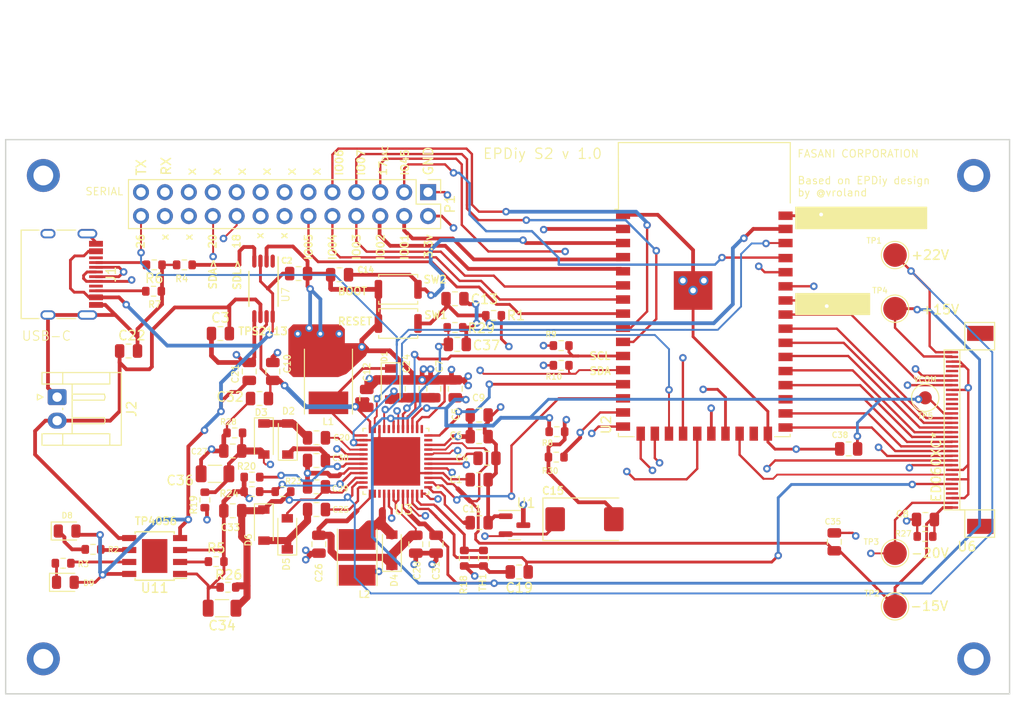
<source format=kicad_pcb>
(kicad_pcb (version 20211014) (generator pcbnew)
  (title_block (title "S2.1"))
  (layers (0 "F.Cu" signal) (1 "In1.Cu" signal) (2 "In2.Cu" signal) (31 "B.Cu" signal) (34 "B.Paste" user) (35 "F.Paste" user) (36 "B.SilkS" user "B.Silkscreen") (37 "F.SilkS" user "F.Silkscreen") (38 "B.Mask" user) (39 "F.Mask" user) (44 "Edge.Cuts" user))
  (net 0 "")
  (net 1 "GND")
  (net 2 "/-15V")
  (net 3 "/-20V")
  (net 6 "EPD_VDD")
  (net 7 "/EP_CKH")
  (net 8 "/EP_LE")
  (net 9 "/EP_OE")
  (net 10 "/EP_STH")
  (net 11 "/EP_D0")
  (net 12 "/EP_D1")
  (net 13 "/EP_D2")
  (net 14 "/EP_D3")
  (net 15 "/EP_D4")
  (net 16 "/EP_D5")
  (net 17 "/EP_D6")
  (net 18 "/EP_D7")
  (net 19 "/EP_VCOM")
  (net 24 "/EP_MODE")
  (net 25 "/EP_CKV")
  (net 26 "/EP_STV")
  (net 28 "/15V")
  (net 29 "/+22V")
  (net 30 "Net-(J1-PadA6)")
  (net 31 "Net-(J1-PadB5)")
  (net 33 "Net-(J1-PadA7)")
  (net 34 "Net-(J1-PadA5)")
  (net 36 "VBUS")
  (net 37 "/TPS_nINT")
  (net 38 "/TPS_WAKEUP")
  (net 39 "/TPS_VCOM_CTRL")
  (net 40 "/TPS_PWRUP")
  (net 41 "/TPS_PWR_GOOD")
  (net 42 "BAT+")
  (net 43 "/VNEG_IN")
  (net 44 "BOOT_MODE")
  (net 45 "/IO01")
  (net 46 "/IO02")
  (net 47 "/IO03")
  (net 48 "/IO04")
  (net 49 "/IO05")
  (net 50 "/IO06")
  (net 51 "/IO07")
  (net 52 "Net-(C4-Pad2)")
  (net 53 "SW_VIN")
  (net 54 "Net-(C11-Pad2)")
  (net 55 "Net-(C13-Pad1)")
  (net 57 "/TX")
  (net 58 "/RX")
  (net 59 "Net-(C20-Pad1)")
  (net 60 "Net-(C20-Pad2)")
  (net 61 "Net-(C25-Pad1)")
  (net 62 "Net-(C25-Pad2)")
  (net 63 "Net-(C26-Pad2)")
  (net 64 "Net-(C29-Pad2)")
  (net 65 "Net-(C30-Pad1)")
  (net 66 "Net-(D1-Pad1)")
  (net 67 "Net-(D4-Pad2)")
  (net 68 "Net-(D8-Pad1)")
  (net 69 "Net-(D9-Pad1)")
  (net 78 "/SCL")
  (net 80 "/SDA")
  (net 82 "/IO17")
  (net 83 "/IO45")
  (net 84 "Net-(R2-Pad2)")
  (net 85 "Net-(R3-Pad2)")
  (net 86 "Net-(R4-Pad1)")
  (net 87 "Net-(R5-Pad1)")
  (net 88 "Net-(R18-Pad2)")
  (net 89 "Net-(R19-Pad2)")
  (net 90 "Net-(R23-Pad2)")
  (net 96 "/+3.3V")
  (footprint "Mounting_Holes:MountingHole_3-5mm" (layer "F.Cu") (at 191.785 126.28)
    (fp_text reference "MK2" hide)
    (fp_text value "Mounting_Hole" hide)
  )
  (footprint "Mounting_Holes:MountingHole_3-5mm" (layer "F.Cu") (at 93 126.28)
    (fp_text reference "MK1" hide)
    (fp_text value "Mounting_Hole" hide)
  )
  (footprint "Mounting_Holes:MountingHole_3-5mm" (layer "F.Cu") (at 93 74.93)
    (fp_text reference "MK2" hide)
    (fp_text value "Mounting_Hole" hide)
  )
  (footprint "Mounting_Holes:MountingHole_3-5mm" (layer "F.Cu") (at 191.77 74.93)
    (fp_text reference "MK3" hide)
    (fp_text value "Mounting_Hole" hide)
  )
  (footprint "Capacitor_SMD:C_1206_3216Metric" (layer "F.Cu") (at 111.975 120.9 180)
    (fp_text reference "C34")
    (fp_text value "1uF/50V")
  )
  (footprint "LED_SMD:LED_0805_2012Metric" (layer "F.Cu") (at 95.525 112.7)
    (fp_text reference "D8")
    (fp_text value "GRE")
  )
  (footprint "Capacitor_SMD:C_0805_2012Metric" (layer "F.Cu") (at 134.7 114.102 90)
    (fp_text reference "C31")
    (fp_text value "4.7uF")
  )
  (footprint "Capacitor_SMD:C_0805_2012Metric" (layer "F.Cu") (at 136.732 97.592 -90)
    (fp_text reference "C5")
    (fp_text value "4.7uF")
  )
  (footprint "footprint:TPS2113APW" (layer "F.Cu") (at 116.375 86.975 -90)
    (fp_text reference "U7")
    (fp_text value "TPS2113APW" hide)
  )
  (footprint "Capacitor_SMD:C_0805_2012Metric" (layer "F.Cu") (at 132.16 97.592 90)
    (fp_text reference "C24")
    (fp_text value "4.7uF")
  )
  (footprint "Capacitor_Tantalum_SMD:CP_EIA-7343-43_Kemet-X" (layer "F.Cu") (at 150.45 111.45)
    (fp_text reference "C15")
    (fp_text value "C_Polarized")
  )
  (footprint "Capacitor_SMD:C_1206_3216Metric" (layer "F.Cu") (at 111.225 106.625 180)
    (fp_text reference "C36")
    (fp_text value "1uF/50V")
  )
  (footprint "Resistor_SMD:R_0603_1608Metric" (layer "F.Cu") (at 147.975 95.1)
    (fp_text reference "R10")
    (fp_text value "2K2")
  )
  (footprint "TestPoint:TestPoint_Pad_D2.5mm" (layer "F.Cu") (at 183.42 83.38)
    (fp_text reference "TP1")
    (fp_text value "+22V")
  )
  (footprint "footprint:Alps_SKRK" (layer "F.Cu") (at 130.675 87.025 180)
    (fp_text reference "SW2")
    (fp_text value "BOOT")
  )
  (footprint "Capacitor_SMD:C_0805_2012Metric" (layer "F.Cu") (at 139.272 107.244)
    (fp_text reference "C1")
    (fp_text value "4.7uF")
  )
  (footprint "Resistor_SMD:R_0603_1608Metric" (layer "F.Cu") (at 111.35 115.95)
    (fp_text reference "R5")
    (fp_text value "6.8K")
  )
  (footprint "Capacitor_SMD:C_0805_2012Metric" (layer "F.Cu") (at 117.362 95.746 -90)
    (fp_text reference "C10")
    (fp_text value "22uF")
  )
  (footprint "Capacitor_SMD:C_0805_2012Metric" (layer "F.Cu") (at 122.254 114.102 90)
    (fp_text reference "C26")
    (fp_text value "4.7uF")
  )
  (footprint "Diode_SMD:D_SOD-123" (layer "F.Cu") (at 118.952 102.926 90)
    (fp_text reference "D2")
    (fp_text value "MBR0540")
  )
  (footprint "Capacitor_SMD:C_0805_2012Metric" (layer "F.Cu") (at 111.8 91.725)
    (fp_text reference "C3")
    (fp_text value "100nF")
  )
  (footprint "Resistor_SMD:R_0603_1608Metric" (layer "F.Cu") (at 115.142 108.514 180)
    (fp_text reference "R24")
    (fp_text value "47.5k")
  )
  (footprint "Capacitor_SMD:C_0805_2012Metric" (layer "F.Cu") (at 124.45 85.475)
    (fp_text reference "C14")
    (fp_text value "0.1u")
  )
  (footprint "TestPoint:TestPoint_Pad_D2.5mm" (layer "F.Cu") (at 183.42 115.055)
    (fp_text reference "TP3")
    (fp_text value "-20V")
  )
  (footprint "Resistor_SMD:R_0603_1608Metric" (layer "F.Cu") (at 147.525 102.15)
    (fp_text reference "R30")
    (fp_text value "100k")
  )
  (footprint "Capacitor_SMD:C_0805_2012Metric" (layer "F.Cu") (at 139.272 100.386)
    (fp_text reference "C9")
    (fp_text value "10uF")
  )
  (footprint "Capacitor_SMD:C_0805_2012Metric" (layer "F.Cu") (at 132.541 114.102 90)
    (fp_text reference "C28")
    (fp_text value "4.7uF")
  )
  (footprint "Diode_SMD:D_SOD-123" (layer "F.Cu") (at 129.874 97.084 -90)
    (fp_text reference "D1")
    (fp_text value "MBR0540")
  )
  (footprint "Resistor_SMD:R_0603_1608Metric" (layer "F.Cu") (at 107.975 84.425 180)
    (fp_text reference "R4")
    (fp_text value "400")
  )
  (footprint "Capacitor_SMD:C_0805_2012Metric" (layer "F.Cu") (at 139.272 111.816 180)
    (fp_text reference "C11")
    (fp_text value "4.7uF")
  )
  (footprint "Diode_SMD:D_SOD-123" (layer "F.Cu") (at 116.412 102.926 -90)
    (fp_text reference "D3")
    (fp_text value "MBR0540")
  )
  (footprint "Resistor_SMD:R_0603_1608Metric" (layer "F.Cu") (at 147.45 104.85)
    (fp_text reference "R8")
    (fp_text value "10K")
  )
  (footprint "Resistor_SMD:R_0603_1608Metric" (layer "F.Cu") (at 115.15 106.975 180)
    (fp_text reference "R20")
    (fp_text value "52.3k")
  )
  (footprint "Resistor_SMD:R_0603_1608Metric" (layer "F.Cu") (at 110.15 109.4 -90)
    (fp_text reference "R19")
    (fp_text value "1M")
  )
  (footprint "Capacitor_SMD:C_0805_2012Metric" (layer "F.Cu") (at 139.272 102.672 180)
    (fp_text reference "C6")
    (fp_text value "22uF")
  )
  (footprint "footprint:TPS65185RGZR_700X700X100-49N" (layer "F.Cu") (at 130.4325 105.3 180)
    (fp_text reference "U3")
    (fp_text value "QFN50P700X700X100-49N")
  )
  (footprint "Capacitor_SMD:C_0805_2012Metric" (layer "F.Cu") (at 134.446 97.592 90)
    (fp_text reference "C7")
    (fp_text value "4.7uF")
  )
  (footprint "Capacitor_SMD:C_0805_2012Metric" (layer "F.Cu") (at 113.11 104.196)
    (fp_text reference "C27")
    (fp_text value "2.2uF")
  )
  (footprint "Capacitor_SMD:C_0805_2012Metric" (layer "F.Cu") (at 122 102.799)
    (fp_text reference "C20")
    (fp_text value "10nF")
  )
  (footprint "Connector_JST:JST_EH_S2B-EH_1x02_P2.50mm_Horizontal" (layer "F.Cu") (at 94.4675 98.475 -90)
    (fp_text reference "J2")
    (fp_text value "Jack-DC")
  )
  (footprint "Capacitor_SMD:C_0805_2012Metric" (layer "F.Cu") (at 122 110.419)
    (fp_text reference "C25")
    (fp_text value "10nF")
  )
  (footprint "Resistor_SMD:R_0603_1608Metric" (layer "F.Cu") (at 113.325 102.275 180)
    (fp_text reference "R28")
    (fp_text value "47k")
  )
  (footprint "Diode_SMD:D_SOD-123" (layer "F.Cu") (at 130.001 114.737 90)
    (fp_text reference "D4")
    (fp_text value "MBR0540")
  )
  (footprint "Capacitor_SMD:C_0805_2012Metric" (layer "F.Cu") (at 127.334 98.608 90)
    (fp_text reference "C12")
    (fp_text value "10uF")
  )
  (footprint "Inductor_SMD:L_Taiyo-Yuden_NR-50xx_HandSoldering" (layer "F.Cu") (at 123.27 96.83 90)
    (fp_text reference "L1")
    (fp_text value "4.7uH")
  )
  (footprint "TestPoint:TestPoint_Pad_D2.5mm" (layer "F.Cu") (at 183.42 89.08)
    (fp_text reference "TP4")
    (fp_text value "+15V")
  )
  (footprint "Resistor_SMD:R_0603_1608Metric" (layer "F.Cu") (at 95.1 116.125)
    (fp_text reference "R3")
    (fp_text value "1K")
  )
  (footprint "Resistor_SMD:R_0603_1608Metric" (layer "F.Cu") (at 136.7 91.075)
    (fp_text reference "R29")
    (fp_text value "47k")
  )
  (footprint "Resistor_SMD:R_0603_1608Metric" (layer "F.Cu") (at 104.7 87.225 180)
    (fp_text reference "R7")
    (fp_text value "5.1k")
  )
  (footprint "Capacitor_SMD:C_0805_2012Metric" (layer "F.Cu") (at 186.65 111.475)
    (fp_text reference "C8")
    (fp_text value "4.7uF")
  )
  (footprint "footprint:X05A20H34G" (layer "F.Cu") (at 189.47 101.955 90)
    (fp_text reference "U6")
    (fp_text value "ED060XC5")
  )
  (footprint "Capacitor_SMD:C_0805_2012Metric" (layer "F.Cu") (at 102.05 93.575 180)
    (fp_text reference "C22")
    (fp_text value "100nF")
  )
  (footprint "Capacitor_SMD:C_0805_2012Metric" (layer "F.Cu") (at 178.5 103.975 180)
    (fp_text reference "C38")
    (fp_text value "1uF/25V")
  )
  (footprint "Resistor_SMD:R_0603_1608Metric" (layer "F.Cu") (at 98.275 114.65)
    (fp_text reference "R2")
    (fp_text value "1K")
  )
  (footprint "Resistor_SMD:R_0603_1608Metric" (layer "F.Cu") (at 137.6932 115.5926 90)
    (fp_text reference "R18")
    (fp_text value "43k")
  )
  (footprint "RF_Module:ESP32-S2-WROVER" (layer "F.Cu") (at 163.17 90.88)
    (fp_text reference "U2")
    (fp_text value "ESP32-S2-WROVER")
  )
  (footprint "Resistor_SMD:R_0603_1608Metric" (layer "F.Cu") (at 104.775 84.425 180)
    (fp_text reference "R6")
    (fp_text value "5.1k")
  )
  (footprint "Resistor_SMD:R_0603_1608Metric" (layer "F.Cu") (at 186.6 113.275 180)
    (fp_text reference "R27")
    (fp_text value "47k")
  )
  (footprint "Capacitor_SMD:C_0805_2012Metric" (layer "F.Cu") (at 140.1 104.9707 180)
    (fp_text reference "C4")
    (fp_text value "4.7uF")
  )
  (footprint "Capacitor_SMD:C_0805_2012Metric" (layer "F.Cu") (at 136.7 88.025)
    (fp_text reference "C13")
    (fp_text value "0.1u")
  )
  (footprint "Resistor_SMD:R_0603_1608Metric" (layer "F.Cu") (at 118.444 108.514 180)
    (fp_text reference "R23")
    (fp_text value "1M")
  )
  (footprint "Capacitor_SMD:C_0805_2012Metric" (layer "F.Cu") (at 143.525 117.05 180)
    (fp_text reference "C19")
    (fp_text value "10uF")
  )
  (footprint "Resistor_SMD:R_0603_1608Metric" (layer "F.Cu") (at 140.8 89.8 180)
    (fp_text reference "R1")
    (fp_text value "10K")
  )
  (footprint "Resistor_SMD:R_0603_1608Metric" (layer "F.Cu") (at 147.975 93)
    (fp_text reference "R9")
    (fp_text value "2K2")
  )
  (footprint "Capacitor_SMD:C_0805_2012Metric" (layer "F.Cu") (at 114.862 95.746 90)
    (fp_text reference "C21")
    (fp_text value "0.1uF")
  )
  (footprint "Capacitor_SMD:C_0805_2012Metric" (layer "F.Cu") (at 115.95 98.625)
    (fp_text reference "C32")
    (fp_text value "10uF")
  )
  (footprint "Resistor_SMD:R_0603_1608Metric" (layer "F.Cu") (at 139.7252 115.5926 -90)
    (fp_text reference "TH1")
    (fp_text value "10k/3380K")
  )
  (footprint "Capacitor_SMD:C_0805_2012Metric" (layer "F.Cu") (at 122 108.006)
    (fp_text reference "C29")
    (fp_text value "100nF")
  )
  (footprint "Capacitor_SMD:C_0805_2012Metric" (layer "F.Cu") (at 176.975 113.85 90)
    (fp_text reference "C35")
    (fp_text value "1uF/25V")
  )
  (footprint "Connector_PinHeader_2.54mm:PinHeader_2x13_P2.54mm_Vertical" (layer "F.Cu") (at 133.85 76.7 -90)
    (fp_text reference "P1")
    (fp_text value "CONN_02X13")
  )
  (footprint "Package_TO_SOT_SMD:SOT-23" (layer "F.Cu") (at 143.02 112.08)
    (fp_text reference "U1")
    (fp_text value "MCP1700-1202E_SOT23")
  )
  (footprint "LED_SMD:LED_0805_2012Metric" (layer "F.Cu") (at 95.34 118.15)
    (fp_text reference "D9")
    (fp_text value "RED")
  )
  (footprint "Capacitor_SMD:C_0805_2012Metric" (layer "F.Cu") (at 120.1 85.35 180)
    (fp_text reference "C2")
    (fp_text value "100nF")
  )
  (footprint "Capacitor_SMD:C_0805_2012Metric" (layer "F.Cu") (at 113.11 110.546 180)
    (fp_text reference "C33")
    (fp_text value "2.2uF")
  )
  (footprint "TP4056:TP4056_SOP-8-PP" (layer "F.Cu") (at 104.82 115.355 180)
    (fp_text reference "U11")
    (fp_text value "TP4056")
  )
  (footprint "footprint:Alps_SKRK" (layer "F.Cu") (at 130.675 90.65 180)
    (fp_text reference "SW1")
    (fp_text value "RESET")
  )
  (footprint "footprint:USB_C_Receptacle_HRO_TYPE-C-31-M-12" (layer "F.Cu") (at 94.545 85.43 -90)
    (fp_text reference "J1")
    (fp_text value "USB_C_Receptacle_USB2.0")
  )
  (footprint "Inductor_SMD:L_Taiyo-Yuden_NR-40xx_HandSoldering" (layer "F.Cu") (at 126.318 115.499 90)
    (fp_text reference "L2")
    (fp_text value "2.2uH")
  )
  (footprint "Diode_SMD:D_SOD-123" (layer "F.Cu") (at 116.412 112.07 -90)
    (fp_text reference "D6")
    (fp_text value "MBR0540")
  )
  (footprint "Capacitor_SMD:C_0805_2012Metric" (layer "F.Cu") (at 136.95 92.875)
    (fp_text reference "C37")
    (fp_text value "1uF/25V")
  )
  (footprint "Capacitor_SMD:C_0805_2012Metric" (layer "F.Cu") (at 122 105.212 180)
    (fp_text reference "C30")
    (fp_text value "100nF")
  )
  (footprint "TestPoint:TestPoint_Pad_D2.5mm" (layer "F.Cu") (at 186.625 98.55)
    (fp_text reference "TP5")
    (fp_text value "VCOM")
  )
  (footprint "TestPoint:TestPoint_Pad_D2.5mm" (layer "F.Cu") (at 183.42 120.705)
    (fp_text reference "TP2")
    (fp_text value "-15V")
  )
  (footprint "Diode_SMD:D_SOD-123" (layer "F.Cu") (at 118.9 113 90)
    (fp_text reference "D5")
    (fp_text value "MBR0540")
  )
  (footprint "Resistor_SMD:R_0603_1608Metric" (layer "F.Cu") (at 112.6 118.675 180)
    (fp_text reference "R26")
    (fp_text value "47k")
  )
  (gr_rect (start 172.875 78.3) (end 186.775 80.575) (layer "F.SilkS") (width 0.12) (fill solid))
  (gr_rect (start 172.875 87.475) (end 180.725 89.7) (layer "F.SilkS") (width 0.12) (fill solid))
  (gr_line (start 89 71.12) (end 195.58 71.12) (layer "Edge.Cuts") (width 0.15))
  (gr_line (start 89 130) (end 195.58 130) (layer "Edge.Cuts") (width 0.15))
  (gr_line (start 195.58 130) (end 195.58 71.12) (layer "Edge.Cuts") (width 0.15))
  (gr_line (start 89 71.12) (end 89 130) (layer "Edge.Cuts") (width 0.15))
  (gr_text "x" (at 111.340748 74.516666 90) (layer "F.SilkS") (effects (font (size 1 1))))
  (gr_text "FASANI CORPORATION" (at 179.5 72.6145) (layer "F.SilkS") (effects (font (size 0.8 0.8) (thickness 0.1))))
  (gr_text "17" (at 129.06416 74.159523 90) (layer "F.SilkS") (effects (font (size 0.8 0.8))))
  (gr_text "TPS2113" (at 116.325 91.475) (layer "F.SilkS") (effects (font (size 0.8 0.8))))
  (gr_text "GND" (at 133.875 73.397619 90) (layer "F.SilkS") (effects (font (size 1 1))))
  (gr_text "26" (at 103.325 81.915476 90) (layer "F.SilkS") (effects (font (size 0.8 0.8))))
  (gr_text "x" (at 108.420832 81.477381 90) (layer "F.SilkS") (effects (font (size 0.8 0.8))))
  (gr_text "TX" (at 103.4 74.064285 90) (layer "F.SilkS") (effects (font (size 1 1))))
  (gr_text "SERIAL" (at 99.475 76.625) (layer "F.SilkS") (effects (font (size 0.8 0.8) (thickness 0.1))))
  (gr_text "3.3v" (at 133.9 82.440476 90) (layer "F.SilkS") (effects (font (size 0.8 0.8))))
  (gr_text "x" (at 118.5 81.325 90) (layer "F.SilkS") (effects (font (size 0.8 0.8))))
  (gr_text "x" (at 121.928412 74.516666 90) (layer "F.SilkS") (effects (font (size 1 1))))
  (gr_text "+15V" (at 188.225 89.175) (layer "F.SilkS") (effects (font (size 1 1))))
  (gr_text "18" (at 113.516664 81.915476 90) (layer "F.SilkS") (effects (font (size 0.8 0.8))))
  (gr_text "IO03" (at 126.256244 82.525 90) (layer "F.SilkS") (effects (font (size 0.8 0.8))))
  (gr_text "SDA" (at 152.119047 95.7) (layer "F.SilkS") (effects (font (size 0.8 0.8))))
  (gr_text "SDL>" (at 113.575 85.475 90) (layer "F.SilkS") (effects (font (size 0.8 0.8))))
  (gr_text "x" (at 105.872916 81.477381 90) (layer "F.SilkS") (effects (font (size 0.8 0.8))))
  (gr_text "IO02" (at 128.80416 82.525 90) (layer "F.SilkS") (effects (font (size 0.8 0.8))))
  (gr_text "IO04" (at 123.708328 82.525 90) (layer "F.SilkS") (effects (font (size 0.8 0.8))))
  (gr_text "x" (at 119.281496 74.516666 90) (layer "F.SilkS") (effects (font (size 1 1))))
  (gr_text "EPDiy S2 v 1.0" (at 146 72.6145) (layer "F.SilkS") (effects (font (size 1.1 1.1) (thickness 0.12))))
  (gr_text "+22V" (at 187.15 83.375) (layer "F.SilkS") (effects (font (size 1 1))))
  (gr_text "BOOT\n" (at 125.825 87.225) (layer "F.SilkS") (effects (font (size 0.8 0.8))))
  (gr_text "x" (at 108.693832 74.516666 90) (layer "F.SilkS") (effects (font (size 1 1))))
  (gr_text "20" (at 110.968748 81.915476 90) (layer "F.SilkS") (effects (font (size 0.8 0.8))))
  (gr_text "x" (at 116.63458 74.516666 90) (layer "F.SilkS") (effects (font (size 1 1))))
  (gr_text "SCL" (at 152.1 94.1) (layer "F.SilkS") (effects (font (size 0.8 0.8))))
  (gr_text "USB-C" (at 93.325 91.975) (layer "F.SilkS") (effects (font (size 1 1) (thickness 0.1))))
  (gr_text "x" (at 113.987664 74.516666 90) (layer "F.SilkS") (effects (font (size 1 1))))
  (gr_text "-20V" (at 187.125 115.05) (layer "F.SilkS") (effects (font (size 1 1))))
  (gr_text "ED060XC*" (at 187.8 105.9 90) (layer "F.SilkS") (effects (font (size 1 1))))
  (gr_text "TP4056" (at 104.95 111.65) (layer "F.SilkS") (effects (font (size 0.8 0.8))))
  (gr_text "Based on EPDiy design\nby @vroland" (at 173.011905 76.1) (layer "F.SilkS") (effects (font (size 0.8 0.8) (thickness 0.1)) (justify left)))
  (gr_text "SDA>" (at 111 85.4 90) (layer "F.SilkS") (effects (font (size 0.8 0.8))))
  (gr_text "IO01" (at 131.352076 82.525 90) (layer "F.SilkS") (effects (font (size 0.8 0.8))))
  (gr_text "IO06" (at 124.414328 73.55 90) (layer "F.SilkS") (effects (font (size 0.8 0.8))))
  (gr_text "VCOM" (at 186.625 96.6) (layer "F.SilkS") (effects (font (size 0.6 0.6) (thickness 0.1))))
  (gr_text "IO05" (at 121.160412 82.525 90) (layer "F.SilkS") (effects (font (size 0.8 0.8))))
  (gr_text "x" (at 115.952084 81.325 90) (layer "F.SilkS") (effects (font (size 0.8 0.8))))
  (gr_text "RESET" (at 126.091667 90.425) (layer "F.SilkS") (effects (font (size 0.8 0.8))))
  (gr_text "IO45" (at 131.389076 73.55 90) (layer "F.SilkS") (effects (font (size 0.8 0.8))))
  (gr_text "IO07" (at 126.739244 73.55 90) (layer "F.SilkS") (effects (font (size 0.8 0.8))))
  (gr_text "RX" (at 106.046916 73.945238 90) (layer "F.SilkS") (effects (font (size 1 1))))
  (gr_text "DAC" (at 129.30016 72.625 90) (layer "F.SilkS") (effects (font (size 0.6 0.6) (thickness 0.1))))
  (gr_text "-15V" (at 187.05 120.675) (layer "F.SilkS") (effects (font (size 1 1))))
  (segment (start 109.75 105.108) (end 110.862 103.996) (width 0.4) (layer "F.Cu") (net 1))
  (segment (start 114.862 94.796) (end 111.571 94.796) (width 0.5) (layer "F.Cu") (net 1))
  (segment (start 132.541 116.067) (end 132.362 116.246) (width 0.5) (layer "F.Cu") (net 1))
  (segment (start 121.05 85.35) (end 123.375 85.35) (width 0.4) (layer "F.Cu") (net 1))
  (segment (start 152.625 109.65) (end 153.5625 110.5875) (width 0.4) (layer "F.Cu") (net 1))
  (segment (start 148.35 102.15) (end 148.35 101.05) (width 0.4) (layer "F.Cu") (net 1))
  (segment (start 189.47 107.205) (end 191.145 107.205) (width 0.25) (layer "F.Cu") (net 1))
  (segment (start 137.7426 116.4176) (end 138.8 117.475) (width 0.4) (layer "F.Cu") (net 1))
  (segment (start 98.59 82.18) (end 98.59 82.025) (width 0.3) (layer "F.Cu") (net 1))
  (segment (start 189.47 97.705) (end 190.97 97.705) (width 0.25) (layer "F.Cu") (net 1))
  (segment (start 132.16 95.931998) (end 132.16 96.642) (width 0.5) (layer "F.Cu") (net 1))
  (segment (start 184.8 111.475) (end 184.65 111.625) (width 0.25) (layer "F.Cu") (net 1))
  (segment (start 110.85 94.075) (end 110.85 91.725) (width 0.5) (layer "F.Cu") (net 1))
  (segment (start 137.716 96.642) (end 138.112 96.246) (width 0.5) (layer "F.Cu") (net 1))
  (segment (start 140.222 107.244) (end 140.222 111.816) (width 0.4) (layer "F.Cu") (net 1))
  (segment (start 112.175 115.95) (end 112.175 117.225) (width 0.3) (layer "F.Cu") (net 1))
  (segment (start 111.775 118.675) (end 110.85 118.675) (width 0.3) (layer "F.Cu") (net 1))
  (segment (start 114.317 108.514) (end 114.317 108.701) (width 0.5) (layer "F.Cu") (net 1))
  (segment (start 185.775 111.55) (end 185.7 111.475) (width 0.25) (layer "F.Cu") (net 1))
  (segment (start 121.168 115.052) (end 122.254 115.052) (width 0.5) (layer "F.Cu") (net 1))
  (segment (start 133.925493 100.6) (end 135.6 98.925493) (width 0.25) (layer "F.Cu") (net 1))
  (segment (start 127.334 96.805068) (end 127.627534 96.511534) (width 0.5) (layer "F.Cu") (net 1))
  (segment (start 141.05 103.5) (end 140.222 102.672) (width 0.4) (layer "F.Cu") (net 1))
  (segment (start 103 91.225) (end 105.6 88.625) (width 0.4) (layer "F.Cu") (net 1))
  (segment (start 109.285 117.26) (end 110.5 118.475) (width 0.3) (layer "F.Cu") (net 1))
  (segment (start 137.65 88.025) (end 138.225 88.6) (width 0.4) (layer "F.Cu") (net 1))
  (segment (start 119.5 82.475) (end 121.05 84.025) (width 0.4) (layer "F.Cu") (net 1))
  (segment (start 133.216 96.642) (end 133.216 95.642) (width 0.5) (layer "F.Cu") (net 1))
  (segment (start 178.575 112.9) (end 178.925 112.9) (width 0.25) (layer "F.Cu") (net 1))
  (segment (start 191.145 107.205) (end 191.195 107.255) (width 0.25) (layer "F.Cu") (net 1))
  (segment (start 149.825 109.65) (end 152.625 109.65) (width 0.4) (layer "F.Cu") (net 1))
  (segment (start 169.92 102.355) (end 169.92 103.245) (width 0.3) (layer "F.Cu") (net 1))
  (segment (start 133.216 96.642) (end 136.732 96.642) (width 1) (layer "F.Cu") (net 1))
  (segment (start 128.575 90.65) (end 128.575 87.025) (width 0.5) (layer "F.Cu") (net 1))
  (segment (start 136.138218 104.449519) (end 134.450481 104.449519) (width 0.2) (layer "F.Cu") (net 1))
  (segment (start 126.812 93.146) (end 126.812 92.413) (width 0.5) (layer "F.Cu") (net 1))
  (segment (start 111.062 104.196) (end 110.862 103.996) (width 0.5) (layer "F.Cu") (net 1))
  (segment (start 161.98 82.855) (end 161.98 87.145) (width 0.4) (layer "F.Cu") (net 1))
  (segment (start 124.9 106.6) (end 124.573655 106.6) (width 0.25) (layer "F.Cu") (net 1))
  (segment (start 137.525 91.075) (end 138.525 91.075) (width 0.4) (layer "F.Cu") (net 1))
  (segment (start 114.317 108.701) (end 114.862 109.246) (width 0.5) (layer "F.Cu") (net 1))
  (segment (start 137.508 96.642) (end 138.112 97.246) (width 0.5) (layer "F.Cu") (net 1))
  (segment (start 178.925 112.9) (end 179.25 113.225) (width 0.25) (layer "F.Cu") (net 1))
  (segment (start 134.450481 104.449519) (end 134.35 104.55) (width 0.2) (layer "F.Cu") (net 1))
  (segment (start 139.862 102.312) (end 140.222 102.672) (width 0.4) (layer "F.Cu") (net 1))
  (segment (start 113.211 108.514) (end 112.16 109.565) (width 0.5) (layer "F.Cu") (net 1))
  (segment (start 158.23 79.105) (end 161.98 82.855) (width 0.4) (layer "F.Cu") (net 1))
  (segment (start 134.1 109.3) (end 134.9 109.3) (width 0.25) (layer "F.Cu") (net 1))
  (segment (start 172.925 104) (end 177.525 104) (width 0.3) (layer "F.Cu") (net 1))
  (segment (start 111.571 94.796) (end 110.85 94.075) (width 0.5) (layer "F.Cu") (net 1))
  (segment (start 114.321 94.796) (end 113.5 93.975) (width 0.4) (layer "F.Cu") (net 1))
  (segment (start 136.732 96.642) (end 137.716 96.642) (width 0.5) (layer "F.Cu") (net 1))
  (segment (start 189.47 94.705) (end 190.32 94.705) (width 0.25) (layer "F.Cu") (net 1))
  (segment (start 133.85 76.7) (end 135.6 76.7) (width 0.25) (layer "F.Cu") (net 1))
  (segment (start 110.6 118.8) (end 110.5 118.8) (width 0.3) (layer "F.Cu") (net 1))
  (segment (start 112.16 115.935) (end 112.175 115.95) (width 0.4) (layer "F.Cu") (net 1))
  (segment (start 107.15 84.425) (end 105.6 84.425) (width 0.25) (layer "F.Cu") (net 1))
  (segment (start 169.92 103.245) (end 170.675 104) (width 0.3) (layer "F.Cu") (net 1))
  (segment (start 93.495 97.5025) (end 93.495 89.75) (width 0.4) (layer "F.Cu") (net 1))
  (segment (start 130.046009 111.263935) (end 129.979281 111.330663) (width 0.2) (layer "F.Cu") (net 1))
  (segment (start 148.35 102.975) (end 147.825 103.5) (width 0.4) (layer "F.Cu") (net 1))
  (segment (start 135.6 98.925493) (end 135.6 97.1) (width 0.25) (layer "F.Cu") (net 1))
  (segment (start 110.7875 118.6125) (end 110.6 118.8) (width 0.3) (layer "F.Cu") (net 1))
  (segment (start 148.35 102.15) (end 148.35 102.975) (width 0.4) (layer "F.Cu") (net 1))
  (segment (start 146.925 103.5) (end 146.625 103.8) (width 0.4) (layer "F.Cu") (net 1))
  (segment (start 114.862 94.796) (end 114.321 94.796) (width 0.4) (layer "F.Cu") (net 1))
  (segment (start 99.58 88.68) (end 100.65 89.75) (width 0.4) (layer "F.Cu") (net 1))
  (segment (start 121.05 108.006) (end 121.05 106.558) (width 0.5) (layer "F.Cu") (net 1))
  (segment (start 98.59 82.025) (end 97.675 81.11) (width 0.3) (layer "F.Cu") (net 1))
  (segment (start 176.975 112.9) (end 178.525 112.9) (width 0.25) (layer "F.Cu") (net 1))
  (segment (start 140.3576 117.05) (end 139.7252 116.4176) (width 0.4) (layer "F.Cu") (net 1))
  (segment (start 129.784012 93.55601) (end 132.16 95.931998) (width 0.5) (layer "F.Cu") (net 1))
  (segment (start 110.5 118.475) (end 110.5 118.8) (width 0.3) (layer "F.Cu") (net 1))
  (segment (start 111.87 114.72) (end 112.175 115.025) (width 0.3) (layer "F.Cu") (net 1))
  (segment (start 112.16 104.196) (end 111.062 104.196) (width 0.5) (layer "F.Cu") (net 1))
  (segment (start 114.317 108.514) (end 113.211 108.514) (width 0.5) (layer "F.Cu") (net 1))
  (segment (start 129.466 96.642) (end 133.216 96.642) (width 1) (layer "F.Cu") (net 1))
  (segment (start 115.399998 94.258002) (end 114.862 94.796) (width 0.4) (layer "F.Cu") (net 1))
  (segment (start 138.525 91.075) (end 139 90.6) (width 0.4) (layer "F.Cu") (net 1))
  (segment (start 142.575 117.05) (end 140.3576 117.05) (width 0.4) (layer "F.Cu") (net 1))
  (segment (start 110.5 118.8) (end 110.5 120.9) (width 0.3) (layer "F.Cu") (net 1))
  (segment (start 121.168 115.052) (end 120.862 114.746) (width 0.5) (layer "F.Cu") (net 1))
  (segment (start 129.979281 110.379281) (end 129.979281 111.330663) (width 0.25) (layer "F.Cu") (net 1))
  (segment (start 112.16 104.196) (end 112.16 102.615) (width 0.5) (layer "F.Cu") (net 1))
  (segment (start 110.85 118.675) (end 110.7875 118.6125) (width 0.3) (layer "F.Cu") (net 1))
  (segment (start 126.9975 106.05) (end 125.45 106.05) (width 0.25) (layer "F.Cu") (net 1))
  (segment (start 136.732 96.642) (end 137.508 96.642) (width 0.5) (layer "F.Cu") (net 1))
  (segment (start 190.645 106.205) (end 191.195 105.655) (width 0.25) (layer "F.Cu") (net 1))
  (segment (start 153.5625 110.5875) (end 153.5625 111.45) (width 0.4) (layer "F.Cu") (net 1))
  (segment (start 134.7 115.052) (end 134.7 115.816999) (width 0.5) (layer "F.Cu") (net 1))
  (segment (start 117.362 94.246) (end 117.862 93.746) (width 0.5) (layer "F.Cu") (net 1))
  (segment (start 129.6825 108.735) (end 129.69352 108.74602) (width 0.25) (layer "F.Cu") (net 1))
  (segment (start 190.97 97.705) (end 191.195 97.48) (width 0.25) (layer "F.Cu") (net 1))
  (segment (start 132.6825 101.865) (end 132.6825 101.1175) (width 0.25) (layer "F.Cu") (net 1))
  (segment (start 147.825 103.5) (end 146.925 103.5) (width 0.4) (layer "F.Cu") (net 1))
  (segment (start 185.775 113.275) (end 185.775 111.55) (width 0.25) (layer "F.Cu") (net 1))
  (segment (start 112.5 101.325) (end 112.5 102.275) (width 0.25) (layer "F.Cu") (net 1))
  (segment (start 116.699998 84.024998) (end 116.699998 82.650002) (width 0.4) (layer "F.Cu") (net 1))
  (segment (start 123.456403 106.840403) (end 124.108777 106.840403) (width 0.5) (layer "F.Cu") (net 1))
  (segment (start 133.2 100.6) (end 133.925493 100.6) (width 0.25) (layer "F.Cu") (net 1))
  (segment (start 189.47 95.205) (end 190.82 95.205) (width 0.25) (layer "F.Cu") (net 1))
  (segment (start 134.7 115.816999) (end 134.270999 116.246) (width 0.5) (layer "F.Cu") (net 1))
  (segment (start 137.6932 116.4176) (end 139.7252 116.4176) (width 0.4) (layer "F.Cu") (net 1))
  (segment (start 121.556 115.052) (end 120.862 115.746) (width 0.5) (layer "F.Cu") (net 1))
  (segment (start 127.334 97.658) (end 128.35 96.642) (width 1) (layer "F.Cu") (net 1))
  (segment (start 191.195 108.805) (end 191.195 107.255) (width 0.25) (layer "F.Cu") (net 1))
  (segment (start 124.573655 106.6) (end 124.477144 106.696511) (width 0.25) (layer "F.Cu") (net 1))
  (segment (start 132.541 115.052) (end 134.7 115.052) (width 0.5) (layer "F.Cu") (net 1))
  (segment (start 128.575 87.025) (end 123.575 87.025) (width 0.5) (layer "F.Cu") (net 1))
  (segment (start 112.16 109.565) (end 112.16 110.546) (width 0.5) (layer "F.Cu") (net 1))
  (segment (start 117.362 94.796) (end 117.362 94.246) (width 0.5) (layer "F.Cu") (net 1))
  (segment (start 105.6 88.625) (end 105.6 84.425) (width 0.4) (layer "F.Cu") (net 1))
  (segment (start 121.05 84.025) (end 121.05 85.35) (width 0.4) (layer "F.Cu") (net 1))
  (segment (start 140.689 100.386) (end 141.55 99.525) (width 0.3) (layer "F.Cu") (net 1))
  (segment (start 121.05 85.35) (end 121.05 86.7) (width 0.4) (layer "F.Cu") (net 1))
  (segment (start 190.32 94.705) (end 190.82 95.205) (width 0.25) (layer "F.Cu") (net 1))
  (segment (start 135.6 76.7) (end 135.9 77) (width 0.25) (layer "F.Cu") (net 1))
  (segment (start 136.329487 95.54477) (end 136.329487 96.239487) (width 0.5) (layer "F.Cu") (net 1))
  (segment (start 170.675 104) (end 172.925 104) (width 0.3) (layer "F.Cu") (net 1))
  (segment (start 137.9 91.45) (end 137.525 91.075) (width 0.4) (layer "F.Cu") (net 1))
  (segment (start 93.495 89.75) (end 97.675 89.75) (width 0.4) (layer "F.Cu") (net 1))
  (segment (start 140.222 101.136) (end 139.862 101.496) (width 0.4) (layer "F.Cu") (net 1))
  (segment (start 134.112 95.496) (end 134.112 96.308) (width 0.5) (layer "F.Cu") (net 1))
  (segment (start 107.52 117.26) (end 109.285 117.26) (width 0.3) (layer "F.Cu") (net 1))
  (segment (start 115.399998 89.924999) (end 115.399998 94.258002) (width 0.4) (layer "F.Cu") (net 1))
  (segment (start 121.05 106.558) (end 121.05 105.212) (width 0.5) (layer "F.Cu") (net 1))
  (segment (start 138.225 88.6) (end 138.9 88.6) (width 0.4) (layer "F.Cu") (net 1))
  (segment (start 129.69352 110.09352) (end 129.979281 110.379281) (width 0.25) (layer "F.Cu") (net 1))
  (segment (start 140.222 100.386) (end 140.689 100.386) (width 0.3) (layer "F.Cu") (net 1))
  (segment (start 161.98 87.145) (end 161.98 92.055) (width 0.3) (layer "F.Cu") (net 1))
  (segment (start 133.216 95.642) (end 133.362 95.496) (width 0.5) (layer "F.Cu") (net 1))
  (segment (start 161.98 92.055) (end 169.92 99.995) (width 0.3) (layer "F.Cu") (net 1))
  (segment (start 146.625 103.8) (end 146.625 104.85) (width 0.4) (layer "F.Cu") (net 1))
  (segment (start 148.35 101.05) (end 148.525 100.875) (width 0.4) (layer "F.Cu") (net 1))
  (segment (start 191.195 95.58) (end 191.195 97.48) (width 0.25) (layer "F.Cu") (net 1))
  (segment (start 190.82 95.205) (end 191.195 95.58) (width 0.25) (layer "F.Cu") (net 1))
  (segment (start 133.535 108.735) (end 134.1 109.3) (width 0.25) (layer "F.Cu") (net 1))
  (segment (start 134.112 96.308) (end 134.446 96.642) (width 0.5) (layer "F.Cu") (net 1))
  (segment (start 136.439737 104.148) (end 136.138218 104.449519) (width 0.2) (layer "F.Cu") (net 1))
  (segment (start 177.525 104) (end 177.55 103.975) (width 0.3) (layer "F.Cu") (net 1))
  (segment (start 190.795 109.205) (end 191.195 108.805) (width 0.25) (layer "F.Cu") (net 1))
  (segment (start 127.22201 93.55601) (end 129.784012 93.55601) (width 0.5) (layer "F.Cu") (net 1))
  (segment (start 112.16 110.546) (end 112.16 115.935) (width 0.4) (layer "F.Cu") (net 1))
  (segment (start 98.59 88.68) (end 99.58 88.68) (width 0.4) (layer "F.Cu") (net 1))
  (segment (start 94.4675 98.475) (end 93.495 97.5025) (width 0.4) (layer "F.Cu") (net 1))
  (segment (start 137.9 92.875) (end 137.9 91.45) (width 0.4) (layer "F.Cu") (net 1))
  (segment (start 146.625 106.45) (end 149.825 109.65) (width 0.4) (layer "F.Cu") (net 1))
  (segment (start 126.812 93.146) (end 127.22201 93.55601) (width 0.5) (layer "F.Cu") (net 1))
  (segment (start 128.35 96.642) (end 129.466 96.642) (width 1) (layer "F.Cu") (net 1))
  (segment (start 146.625 104.85) (end 146.625 106.45) (width 0.4) (layer "F.Cu") (net 1))
  (segment (start 191.195 105.655) (end 191.195 97.48) (width 0.25) (layer "F.Cu") (net 1))
  (segment (start 125.45 106.05) (end 124.9 106.6) (width 0.25) (layer "F.Cu") (net 1))
  (segment (start 141.05 106.55) (end 141.05 104.9707) (width 0.4) (layer "F.Cu") (net 1))
  (segment (start 97.675 89.75) (end 100.65 89.75) (width 0.4) (layer "F.Cu") (net 1))
  (segment (start 124.108777 106.840403) (end 124.333252 106.840403) (width 0.5) (layer "F.Cu") (net 1))
  (segment (start 121.05 86.7) (end 121.325 86.975) (width 0.4) (layer "F.Cu") (net 1))
  (segment (start 109.75 106.625) (end 109.75 105.108) (width 0.4) (layer "F.Cu") (net 1))
  (segment (start 154.545 79.105) (end 158.23 79.105) (width 0.4) (layer "F.Cu") (net 1))
  (segment (start 185.7 111.475) (end 184.8 111.475) (width 0.25) (layer "F.Cu") (net 1))
  (segment (start 189.47 109.205) (end 190.795 109.205) (width 0.25) (layer "F.Cu") (net 1))
  (segment (start 133.8675 105.55) (end 137.7945 105.55) (width 0.25) (layer "F.Cu") (net 1))
  (segment (start 123.575 87.025) (end 123.5 86.95) (width 0.5) (layer "F.Cu") (net 1))
  (segment (start 103 92.1) (end 103 91.225) (width 0.4) (layer "F.Cu") (net 1))
  (segment (start 132.6825 101.1175) (end 133.2 100.6) (width 0.25) (layer "F.Cu") (net 1))
  (segment (start 127.334 97.658) (end 127.334 96.805068) (width 0.5) (layer "F.Cu") (net 1))
  (segment (start 100.65 89.75) (end 103 92.1) (width 0.4) (layer "F.Cu") (net 1))
  (segment (start 140.222 107.244) (end 140.356 107.244) (width 0.4) (layer "F.Cu") (net 1))
  (segment (start 112.175 117.225) (end 110.7875 118.6125) (width 0.3) (layer "F.Cu") (net 1))
  (segment (start 116.699998 82.650002) (end 116.875 82.475) (width 0.4) (layer "F.Cu") (net 1))
  (segment (start 189.47 106.205) (end 190.645 106.205) (width 0.25) (layer "F.Cu") (net 1))
  (segment (start 136.439737 104.148) (end 136.986 104.148) (width 0.2) (layer "F.Cu") (net 1))
  (segment (start 124.333252 106.840403) (end 124.477144 106.696511) (width 0.5) (layer "F.Cu") (net 1))
  (segment (start 103 92.1) (end 103 93.575) (width 0.4) (layer "F.Cu") (net 1))
  (segment (start 133.1825 108.735) (end 133.465624 108.735) (width 0.25) (layer "F.Cu") (net 1))
  (segment (start 121.05 106.558) (end 123.174 106.558) (width 0.5) (layer "F.Cu") (net 1))
  (segment (start 137.7945 105.55) (end 137.9 105.6555) (width 0.25) (layer "F.Cu") (net 1))
  (segment (start 140.356 107.244) (end 141.05 106.55) (width 0.4) (layer "F.Cu") (net 1))
  (segment (start 115.2 98.625) (end 112.5 101.325) (width 0.25) (layer "F.Cu") (net 1))
  (segment (start 178.525 112.9) (end 178.575 112.9) (width 0.25) (layer "F.Cu") (net 1))
  (segment (start 112.16 102.615) (end 112.5 102.275) (width 0.5) (layer "F.Cu") (net 1))
  (segment (start 141.05 104.9707) (end 141.05 103.5) (width 0.4) (layer "F.Cu") (net 1))
  (segment (start 136.329487 96.239487) (end 136.732 96.642) (width 0.5) (layer "F.Cu") (net 1))
  (segment (start 134.35 104.55) (end 133.8675 104.55) (width 0.2) (layer "F.Cu") (net 1))
  (segment (start 142.0825 111.13) (end 140.908 111.13) (width 0.4) (layer "F.Cu") (net 1))
  (segment (start 114.317 108.514) (end 114.317 106.983) (width 0.5) (layer "F.Cu") (net 1))
  (segment (start 175.445 79.205) (end 175.575 79.075) (width 0.3) (layer "F.Cu") (net 1))
  (segment (start 171.795 79.205) (end 175.445 79.205) (width 0.3) (layer "F.Cu") (net 1))
  (segment (start 140.908 111.13) (end 140.222 111.816) (width 0.4) (layer "F.Cu") (net 1))
  (segment (start 126.812 92.413) (end 128.575 90.65) (width 0.5) (layer "F.Cu") (net 1))
  (segment (start 133.465624 108.735) (end 133.535 108.735) (width 0.25) (layer "F.Cu") (net 1))
  (segment (start 139.862 101.496) (end 139.862 102.312) (width 0.4) (layer "F.Cu") (net 1))
  (segment (start 129.69352 108.74602) (end 129.69352 110.09352) (width 0.25) (layer "F.Cu") (net 1))
  (segment (start 132.541 115.052) (end 132.541 116.067) (width 0.5) (layer "F.Cu") (net 1))
  (segment (start 114.317 106.983) (end 114.325 106.975) (width 0.5) (layer "F.Cu") (net 1))
  (segment (start 169.92 99.995) (end 169.92 102.355) (width 0.3) (layer "F.Cu") (net 1))
  (segment (start 123.375 85.35) (end 123.5 85.475) (width 0.4) (layer "F.Cu") (net 1))
  (segment (start 112.175 115.025) (end 112.175 115.95) (width 0.3) (layer "F.Cu") (net 1))
  (segment (start 116.875 82.475) (end 119.5 82.475) (width 0.4) (layer "F.Cu") (net 1))
  (segment (start 191.195 107.255) (end 191.195 105.655) (width 0.25) (layer "F.Cu") (net 1))
  (segment (start 123.5 86.95) (end 123.5 85.475) (width 0.5) (layer "F.Cu") (net 1))
  (segment (start 107.52 114.72) (end 111.87 114.72) (width 0.3) (layer "F.Cu") (net 1))
  (segment (start 123.174 106.558) (end 123.456403 106.840403) (width 0.5) (layer "F.Cu") (net 1))
  (via (at 121.05 106.558) (size 0.8) (drill 0.4) (layers "F.Cu" "B.Cu") (net 1))
  (via (at 138.112 97.246) (size 0.8) (drill 0.4) (layers "F.Cu" "B.Cu") (net 1))
  (via (at 141.55 99.525) (size 0.8) (drill 0.4) (layers "F.Cu" "B.Cu") (net 1))
  (via (at 137.9 105.6555) (size 0.8) (drill 0.4) (layers "F.Cu" "B.Cu") (net 1))
  (via (at 124.412 91.746) (size 0.8) (drill 0.4) (layers "F.Cu" "B.Cu") (net 1))
  (via (at 148.525 100.875) (size 0.8) (drill 0.4) (layers "F.Cu" "B.Cu") (net 1))
  (via (at 139 90.6) (size 0.8) (drill 0.4) (layers "F.Cu" "B.Cu") (net 1))
  (via (at 136.329487 95.54477) (size 0.8) (drill 0.4) (layers "F.Cu" "B.Cu") (net 1))
  (via (at 120.862 114.746) (size 0.8) (drill 0.4) (layers "F.Cu" "B.Cu") (net 1))
  (via (at 184.65 111.625) (size 0.8) (drill 0.4) (layers "F.Cu" "B.Cu") (net 1))
  (via (at 120.012 91.746) (size 0.8) (drill 0.4) (layers "F.Cu" "B.Cu") (net 1))
  (via (at 121.325 86.975) (size 0.8) (drill 0.4) (layers "F.Cu" "B.Cu") (net 1))
  (via (at 175.575 79.075) (size 0.8) (drill 0.4) (layers "F.Cu" "B.Cu") (net 1))
  (via (at 172.925 104) (size 0.8) (drill 0.4) (layers "F.Cu" "B.Cu") (net 1))
  (via (at 113.5 93.975) (size 0.8) (drill 0.4) (layers "F.Cu" "B.Cu") (net 1))
  (via (at 138.8 117.475) (size 0.8) (drill 0.4) (layers "F.Cu" "B.Cu") (net 1))
  (via (at 117.862 93.746) (size 0.8) (drill 0.4) (layers "F.Cu" "B.Cu") (net 1))
  (via (at 121.212 91.146) (size 0.8) (drill 0.4) (layers "F.Cu" "B.Cu") (net 1))
  (via (at 127.627534 96.511534) (size 0.8) (drill 0.4) (layers "F.Cu" "B.Cu") (net 1))
  (via (at 132.362 116.246) (size 0.8) (drill 0.4) (layers "F.Cu" "B.Cu") (net 1))
  (via (at 161.98 87.145) (size 1) (drill 0.6) (layers "F.Cu" "B.Cu") (net 1))
  (via (at 135.9 77) (size 0.8) (drill 0.4) (layers "F.Cu" "B.Cu") (net 1))
  (via (at 136.986 104.148) (size 0.8) (drill 0.4) (layers "F.Cu" "B.Cu") (net 1))
  (via (at 191.195 97.48) (size 0.8) (drill 0.4) (layers "F.Cu" "B.Cu") (net 1))
  (via (at 179.25 113.225) (size 0.8) (drill 0.4) (layers "F.Cu" "B.Cu") (net 1))
  (via (at 110.862 103.996) (size 0.8) (drill 0.4) (layers "F.Cu" "B.Cu") (net 1))
  (via (at 160.9 86.1) (size 1) (drill 0.6) (layers "F.Cu" "B.Cu") (net 1))
  (via (at 134.112 95.496) (size 0.8) (drill 0.4) (layers "F.Cu" "B.Cu") (net 1))
  (via (at 138.112 96.246) (size 0.8) (drill 0.4) (layers "F.Cu" "B.Cu") (net 1))
  (via (at 114.862 109.246) (size 0.8) (drill 0.4) (layers "F.Cu" "B.Cu") (net 1))
  (via (at 133.362 95.496) (size 0.8) (drill 0.4) (layers "F.Cu" "B.Cu") (net 1))
  (via (at 134.270999 116.246) (size 0.8) (drill 0.4) (layers "F.Cu" "B.Cu") (net 1))
  (via (at 134.9 109.3) (size 0.8) (drill 0.4) (layers "F.Cu" "B.Cu") (net 1))
  (via (at 126.812 93.146) (size 0.8) (drill 0.4) (layers "F.Cu" "B.Cu") (net 1))
  (via (at 163.125 86.1) (size 1) (drill 0.6) (layers "F.Cu" "B.Cu") (net 1))
  (via (at 129.979281 111.330663) (size 0.8) (drill 0.4) (layers "F.Cu" "B.Cu") (net 1))
  (via (at 133.216 96.642) (size 0.8) (drill 0.4) (layers "F.Cu" "B.Cu") (net 1))
  (via (at 122.412 91.746) (size 0.8) (drill 0.4) (layers "F.Cu" "B.Cu") (net 1))
  (via (at 138.9 88.6) (size 0.8) (drill 0.4) (layers "F.Cu" "B.Cu") (net 1))
  (via (at 120.862 115.746) (size 0.8) (drill 0.4) (layers "F.Cu" "B.Cu") (net 1))
  (segment (start 139 88.7) (end 139 90.6) (width 0.4) (layer "B.Cu") (net 1))
  (segment (start 138.9 88.6) (end 139 88.7) (width 0.4) (layer "B.Cu") (net 1))
  (segment (start 121.325 91.033) (end 121.212 91.146) (width 0.4) (layer "B.Cu") (net 1))
  (segment (start 122.412 88.062) (end 121.325 86.975) (width 0.4) (layer "B.Cu") (net 1))
  (segment (start 121.325 86.975) (end 121.325 91.033) (width 0.4) (layer "B.Cu") (net 1))
  (segment (start 122.412 91.746) (end 122.412 88.062) (width 0.4) (layer "B.Cu") (net 1))
  (segment (start 136.378851 103.371511) (end 137.471511 103.371511) (width 0.2) (layer "F.Cu") (net 2))
  (segment (start 188.52 110.205) (end 189.47 110.205) (width 0.3) (layer "F.Cu") (net 2))
  (segment (start 138 103.9) (end 139.8 103.9) (width 0.2) (layer "F.Cu") (net 2))
  (segment (start 140.1 105.7) (end 140.1 104.2) (width 0.25) (layer "F.Cu") (net 2))
  (segment (start 183.42 120.705) (end 183.42 118.705) (width 0.3) (layer "F.Cu") (net 2))
  (segment (start 187.6 111.475) (end 187.6 113.1) (width 0.25) (layer "F.Cu") (net 2))
  (segment (start 183.42 118.705) (end 186.77 115.355) (width 0.3) (layer "F.Cu") (net 2))
  (segment (start 139.17152 112.72848) (end 138.9 113) (width 0.3) (layer "F.Cu") (net 2))
  (segment (start 139.272 106.528) (end 140.1 105.7) (width 0.25) (layer "F.Cu") (net 2))
  (segment (start 186.77 111.955) (end 188.52 110.205) (width 0.3) (layer "F.Cu") (net 2))
  (segment (start 139.018 109.53) (end 139.272 109.276) (width 0.25) (layer "F.Cu") (net 2))
  (segment (start 133.8675 107.05) (end 135.25 107.05) (width 0.25) (layer "F.Cu") (net 2))
  (segment (start 176.175 114) (end 176.975 114.8) (width 0.3) (layer "F.Cu") (net 2))
  (segment (start 140.1 104.2) (end 139.8 103.9) (width 0.25) (layer "F.Cu") (net 2))
  (segment (start 186.77 115.355) (end 186.77 111.955) (width 0.3) (layer "F.Cu") (net 2))
  (segment (start 187.6 113.1) (end 187.425 113.275) (width 0.25) (layer "F.Cu") (net 2))
  (segment (start 135.9 107.7) (end 136.492 107.7) (width 0.25) (layer "F.Cu") (net 2))
  (segment (start 135.700362 104.05) (end 136.378851 103.371511) (width 0.2) (layer "F.Cu") (net 2))
  (segment (start 138.322 109.53) (end 139.018 109.53) (width 0.25) (layer "F.Cu") (net 2))
  (segment (start 137.471511 103.371511) (end 138 103.9) (width 0.2) (layer "F.Cu") (net 2))
  (segment (start 177.515 114.8) (end 183.42 120.705) (width 0.3) (layer "F.Cu") (net 2))
  (segment (start 135.25 107.05) (end 135.9 107.7) (width 0.25) (layer "F.Cu") (net 2))
  (segment (start 176.975 114.8) (end 177.515 114.8) (width 0.3) (layer "F.Cu") (net 2))
  (segment (start 138.9 113.6) (end 139.3 114) (width 0.3) (layer "F.Cu") (net 2))
  (segment (start 133.8675 104.05) (end 135.700362 104.05) (width 0.2) (layer "F.Cu") (net 2))
  (segment (start 139.272 109.276) (end 139.272 106.528) (width 0.25) (layer "F.Cu") (net 2))
  (segment (start 137.003999 108.211999) (end 138.322 109.53) (width 0.5) (layer "F.Cu") (net 2))
  (segment (start 138.322 109.53) (end 139.17152 110.37952) (width 0.3) (layer "F.Cu") (net 2))
  (segment (start 136.492 107.7) (end 137.003999 108.211999) (width 0.25) (layer "F.Cu") (net 2))
  (segment (start 139.3 114) (end 176.175 114) (width 0.3) (layer "F.Cu") (net 2))
  (segment (start 139.17152 110.37952) (end 139.17152 112.72848) (width 0.3) (layer "F.Cu") (net 2))
  (segment (start 138.9 113) (end 138.9 113.6) (width 0.3) (layer "F.Cu") (net 2))
  (segment (start 183.4 115.075) (end 183.42 115.055) (width 0.2) (layer "F.Cu") (net 3))
  (segment (start 112.7 107.125) (end 111.25 108.575) (width 0.4) (layer "F.Cu") (net 3))
  (segment (start 126.9975 104.55) (end 125.15 104.55) (width 0.25) (layer "F.Cu") (net 3))
  (segment (start 114.06 104.196) (end 114.06 102.365) (width 0.3) (layer "F.Cu") (net 3))
  (segment (start 117.1 105.625) (end 116.6 105.625) (width 0.2) (layer "F.Cu") (net 3))
  (segment (start 124.175 103.975) (end 124.575 103.975) (width 0.25) (layer "F.Cu") (net 3))
  (segment (start 116.6 105.625) (end 116.412 105.437) (width 0.2) (layer "F.Cu") (net 3))
  (segment (start 189.47 109.705) (end 185.245 109.705) (width 0.25) (layer "F.Cu") (net 3))
  (segment (start 114.06 102.365) (end 114.15 102.275) (width 0.3) (layer "F.Cu") (net 3))
  (segment (start 116.412 105.437) (end 116.412 104.576) (width 0.2) (layer "F.Cu") (net 3))
  (segment (start 124.575 103.975) (end 124.75 104.15) (width 0.25) (layer "F.Cu") (net 3))
  (segment (start 180.85 115.075) (end 183.4 115.075) (width 0.2) (layer "F.Cu") (net 3))
  (segment (start 185.245 109.705) (end 183.42 111.53) (width 0.25) (layer "F.Cu") (net 3))
  (segment (start 125.15 104.55) (end 124.75 104.15) (width 0.25) (layer "F.Cu") (net 3))
  (segment (start 114.06 104.196) (end 116.032 104.196) (width 0.75) (layer "F.Cu") (net 3))
  (segment (start 112.7 105.556) (end 114.06 104.196) (width 0.4) (layer "F.Cu") (net 3))
  (segment (start 111.25 108.575) (end 110.15 108.575) (width 0.4) (layer "F.Cu") (net 3))
  (segment (start 112.7 106.625) (end 112.7 107.125) (width 0.4) (layer "F.Cu") (net 3))
  (segment (start 116.032 104.196) (end 116.412 104.576) (width 0.75) (layer "F.Cu") (net 3))
  (segment (start 112.7 106.625) (end 112.7 105.556) (width 0.4) (layer "F.Cu") (net 3))
  (segment (start 183.42 111.53) (end 183.42 115.055) (width 0.25) (layer "F.Cu") (net 3))
  (via (at 117.1 105.625) (size 0.8) (drill 0.4) (layers "F.Cu" "B.Cu") (net 3))
  (via (at 180.85 115.075) (size 0.8) (drill 0.4) (layers "F.Cu" "B.Cu") (net 3))
  (via (at 124.175 103.975) (size 0.8) (drill 0.4) (layers "F.Cu" "B.Cu") (net 3))
  (segment (start 134.068985 110.531015) (end 134.687935 111.149965) (width 0.3) (layer "F.Cu") (net 6))
  (segment (start 170.329 115.996) (end 171.02 115.305) (width 0.3) (layer "F.Cu") (net 6))
  (segment (start 144.304 115.996) (end 144.304 116.879) (width 0.3) (layer "F.Cu") (net 6))
  (segment (start 132.1825 109.762276) (end 132.774713 110.354489) (width 0.25) (layer "F.Cu") (net 6))
  (segment (start 133.892459 110.354489) (end 134.068985 110.531015) (width 0.25) (layer "F.Cu") (net 6))
  (segment (start 134.687935 111.149965) (end 134.687935 111.170065) (width 0.3) (layer "F.Cu") (net 6))
  (segment (start 132.1825 108.735) (end 132.1825 109.762276) (width 0.25) (layer "F.Cu") (net 6))
  (segment (start 134.687935 111.170065) (end 136.612 113.09413) (width 0.3) (layer "F.Cu") (net 6))
  (segment (start 132.774713 110.354489) (end 133.892459 110.354489) (width 0.25) (layer "F.Cu") (net 6))
  (segment (start 136.612 113.09413) (end 136.612 115.246) (width 0.3) (layer "F.Cu") (net 6))
  (segment (start 189.47 107.705) (end 185.295 107.705) (width 0.25) (layer "F.Cu") (net 6))
  (segment (start 136.612 115.246) (end 136.88312 115.51712) (width 0.3) (layer "F.Cu") (net 6))
  (segment (start 143.82512 115.51712) (end 144.304 115.996) (width 0.3) (layer "F.Cu") (net 6))
  (segment (start 144.304 115.996) (end 170.329 115.996) (width 0.3) (layer "F.Cu") (net 6))
  (segment (start 136.88312 115.51712) (end 143.82512 115.51712) (width 0.3) (layer "F.Cu") (net 6))
  (segment (start 185.295 107.705) (end 185.245 107.755) (width 0.25) (layer "F.Cu") (net 6))
  (via (at 185.245 107.755) (size 0.8) (drill 0.4) (layers "F.Cu" "B.Cu") (net 6))
  (via (at 171.02 115.305) (size 0.8) (drill 0.4) (layers "F.Cu" "B.Cu") (net 6))
  (segment (start 172.42 107.755) (end 185.245 107.755) (width 0.3) (layer "B.Cu") (net 6))
  (segment (start 171.02 115.305) (end 171.02 109.155) (width 0.3) (layer "B.Cu") (net 6))
  (segment (start 171.02 109.155) (end 172.42 107.755) (width 0.3) (layer "B.Cu") (net 6))
  (segment (start 170.92 106.705) (end 170.475 107.15) (width 0.2) (layer "F.Cu") (net 7))
  (segment (start 166.92 104.605) (end 169.465 107.15) (width 0.25) (layer "F.Cu") (net 7))
  (segment (start 170.475 107.15) (end 169.465 107.15) (width 0.2) (layer "F.Cu") (net 7))
  (segment (start 166.92 102.355) (end 166.92 104.605) (width 0.25) (layer "F.Cu") (net 7))
  (segment (start 189.47 106.705) (end 170.92 106.705) (width 0.2) (layer "F.Cu") (net 7))
  (segment (start 152.12 100.105) (end 149.995 102.23) (width 0.25) (layer "F.Cu") (net 8))
  (segment (start 185.22 105.705) (end 189.47 105.705) (width 0.25) (layer "F.Cu") (net 8))
  (segment (start 148.275 104.5) (end 149.995 102.78) (width 0.4) (layer "F.Cu") (net 8))
  (segment (start 148.275 104.85) (end 148.275 104.5) (width 0.4) (layer "F.Cu") (net 8))
  (segment (start 184.945 105.98) (end 185.22 105.705) (width 0.25) (layer "F.Cu") (net 8))
  (segment (start 154.545 100.105) (end 152.12 100.105) (width 0.25) (layer "F.Cu") (net 8))
  (segment (start 149.995 102.78) (end 149.995 102.23) (width 0.4) (layer "F.Cu") (net 8))
  (via (at 184.945 105.98) (size 0.8) (drill 0.4) (layers "F.Cu" "B.Cu") (net 8))
  (via (at 149.995 102.23) (size 0.8) (drill 0.4) (layers "F.Cu" "B.Cu") (net 8))
  (segment (start 170.695 105.205) (end 169.82 106.08) (width 0.25) (layer "F.Cu") (net 9))
  (segment (start 189.47 105.205) (end 170.695 105.205) (width 0.25) (layer "F.Cu") (net 9))
  (segment (start 151.945 101.605) (end 151.22 102.33) (width 0.25) (layer "F.Cu") (net 9))
  (segment (start 154.545 101.605) (end 151.945 101.605) (width 0.25) (layer "F.Cu") (net 9))
  (via (at 151.22 102.33) (size 0.8) (drill 0.4) (layers "F.Cu" "B.Cu") (net 9))
  (via (at 169.82 106.08) (size 0.8) (drill 0.4) (layers "F.Cu" "B.Cu") (net 9))
  (segment (start 175.57 88.205) (end 176.17 88.805) (width 0.25) (layer "F.Cu") (net 10))
  (segment (start 182.595 104.73) (end 189.445 104.73) (width 0.25) (layer "F.Cu") (net 10))
  (segment (start 189.445 104.73) (end 189.47 104.705) (width 0.25) (layer "F.Cu") (net 10))
  (segment (start 182.595 104.73) (end 181.67 103.805) (width 0.25) (layer "F.Cu") (net 10))
  (segment (start 171.795 88.205) (end 175.57 88.205) (width 0.25) (layer "F.Cu") (net 10))
  (via (at 181.67 103.805) (size 0.8) (drill 0.4) (layers "F.Cu" "B.Cu") (net 10))
  (via (at 176.17 88.805) (size 0.8) (drill 0.4) (layers "F.Cu" "B.Cu") (net 10))
  (segment (start 183.445 104.205) (end 189.47 104.205) (width 0.25) (layer "F.Cu") (net 11))
  (segment (start 180.945 101.705) (end 183.445 104.205) (width 0.25) (layer "F.Cu") (net 11))
  (segment (start 171.795 101.705) (end 180.945 101.705) (width 0.25) (layer "F.Cu") (net 11))
  (segment (start 171.795 100.205) (end 180.57 100.205) (width 0.25) (layer "F.Cu") (net 12))
  (segment (start 180.57 100.205) (end 184.07 103.705) (width 0.25) (layer "F.Cu") (net 12))
  (segment (start 184.07 103.705) (end 189.47 103.705) (width 0.25) (layer "F.Cu") (net 12))
  (segment (start 184.695 103.23) (end 189.445 103.23) (width 0.25) (layer "F.Cu") (net 13))
  (segment (start 171.795 98.705) (end 180.17 98.705) (width 0.25) (layer "F.Cu") (net 13))
  (segment (start 189.445 103.23) (end 189.47 103.205) (width 0.25) (layer "F.Cu") (net 13))
  (segment (start 180.17 98.705) (end 184.695 103.23) (width 0.25) (layer "F.Cu") (net 13))
  (segment (start 171.795 97.205) (end 179.72 97.205) (width 0.25) (layer "F.Cu") (net 14))
  (segment (start 189.47 102.705) (end 185.27 102.705) (width 0.25) (layer "F.Cu") (net 14))
  (segment (start 179.72 97.205) (end 185.245 102.73) (width 0.25) (layer "F.Cu") (net 14))
  (segment (start 185.495 102.205) (end 178.92 95.63) (width 0.25) (layer "F.Cu") (net 15))
  (segment (start 189.47 102.205) (end 185.495 102.205) (width 0.25) (layer "F.Cu") (net 15))
  (segment (start 178.92 95.63) (end 171.87 95.63) (width 0.25) (layer "F.Cu") (net 15))
  (segment (start 189.47 101.705) (end 186.045 101.705) (width 0.25) (layer "F.Cu") (net 16))
  (segment (start 178.445 94.105) (end 171.895 94.105) (width 0.25) (layer "F.Cu") (net 16))
  (segment (start 186.045 101.705) (end 178.445 94.105) (width 0.25) (layer "F.Cu") (net 16))
  (segment (start 189.47 101.205) (end 186.47 101.205) (width 0.25) (layer "F.Cu") (net 17))
  (segment (start 171.795 92.705) (end 177.97 92.705) (width 0.25) (layer "F.Cu") (net 17))
  (segment (start 186.47 101.205) (end 177.97 92.705) (width 0.25) (layer "F.Cu") (net 17))
  (segment (start 186.745 100.705) (end 189.47 100.705) (width 0.25) (layer "F.Cu") (net 18))
  (segment (start 177.245 91.205) (end 186.745 100.705) (width 0.25) (layer "F.Cu") (net 18))
  (segment (start 171.795 91.205) (end 177.245 91.205) (width 0.25) (layer "F.Cu") (net 18))
  (segment (start 146.7 102.15) (end 146.7 100.7) (width 0.4) (layer "F.Cu") (net 19))
  (segment (start 146.7 100.7) (end 146.725 100.675) (width 0.4) (layer "F.Cu") (net 19))
  (segment (start 137.658 98.542) (end 137.862 98.746) (width 0.3) (layer "F.Cu") (net 19))
  (segment (start 132.1825 101.865) (end 132.1825 100.722866) (width 0.25) (layer "F.Cu") (net 19))
  (segment (start 188.595 100.205) (end 187.07 98.68) (width 0.25) (layer "F.Cu") (net 19))
  (segment (start 179.425 103.95) (end 179.45 103.975) (width 0.3) (layer "F.Cu") (net 19))
  (segment (start 132.1825 100.722866) (end 133.2 99.705366) (width 0.25) (layer "F.Cu") (net 19))
  (segment (start 185.945 98.68) (end 187.07 98.68) (width 0.3) (layer "F.Cu") (net 19))
  (segment (start 189.47 100.205) (end 188.595 100.205) (width 0.25) (layer "F.Cu") (net 19))
  (segment (start 136.732 98.542) (end 137.658 98.542) (width 0.3) (layer "F.Cu") (net 19))
  (segment (start 133.2 99.705366) (end 133.636134 99.705366) (width 0.25) (layer "F.Cu") (net 19))
  (segment (start 133.636134 99.705366) (end 133.7 99.6415) (width 0.25) (layer "F.Cu") (net 19))
  (segment (start 185.92 98.705) (end 185.945 98.68) (width 0.3) (layer "F.Cu") (net 19))
  (segment (start 179.425 102.625) (end 179.425 103.95) (width 0.3) (layer "F.Cu") (net 19))
  (via (at 137.862 98.746) (size 0.8) (drill 0.4) (layers "F.Cu" "B.Cu") (net 19))
  (via (at 146.725 100.675) (size 0.8) (drill 0.4) (layers "F.Cu" "B.Cu") (net 19))
  (via (at 185.92 98.705) (size 0.8) (drill 0.4) (layers "F.Cu" "B.Cu") (net 19))
  (via (at 133.7 99.6415) (size 0.8) (drill 0.4) (layers "F.Cu" "B.Cu") (net 19))
  (via (at 179.425 102.625) (size 0.8) (drill 0.4) (layers "F.Cu" "B.Cu") (net 19))
  (segment (start 179.425 101.2) (end 179.425 102.625) (width 0.3) (layer "B.Cu") (net 19))
  (segment (start 141.575 100.675) (end 140.75 101.5) (width 0.4) (layer "B.Cu") (net 19))
  (segment (start 144.72 100.605) (end 146.62 98.705) (width 0.3) (layer "B.Cu") (net 19))
  (segment (start 135.775 99.675) (end 136.704 98.746) (width 0.4) (layer "B.Cu") (net 19))
  (segment (start 133.7 99.6415) (end 135.7415 99.6415) (width 0.25) (layer "B.Cu") (net 19))
  (segment (start 185.92 98.705) (end 181.92 98.705) (width 0.3) (layer "B.Cu") (net 19))
  (segment (start 135.7415 99.6415) (end 135.775 99.675) (width 0.25) (layer "B.Cu") (net 19))
  (segment (start 146.725 100.675) (end 141.575 100.675) (width 0.4) (layer "B.Cu") (net 19))
  (segment (start 135.775 101.5) (end 135.775 99.675) (width 0.4) (layer "B.Cu") (net 19))
  (segment (start 140.75 101.5) (end 135.775 101.5) (width 0.4) (layer "B.Cu") (net 19))
  (segment (start 146.62 98.705) (end 185.92 98.705) (width 0.3) (layer "B.Cu") (net 19))
  (segment (start 181.92 98.705) (end 179.425 101.2) (width 0.3) (layer "B.Cu") (net 19))
  (segment (start 136.704 98.746) (end 137.862 98.746) (width 0.4) (layer "B.Cu") (net 19))
  (segment (start 156.42 105.005) (end 157.67 106.255) (width 0.25) (layer "F.Cu") (net 24))
  (segment (start 156.42 102.355) (end 156.42 105.005) (width 0.25) (layer "F.Cu") (net 24))
  (segment (start 184.745 97.205) (end 189.47 97.205) (width 0.25) (layer "F.Cu") (net 24))
  (via (at 157.67 106.255) (size 0.8) (drill 0.4) (layers "F.Cu" "B.Cu") (net 24))
  (via (at 184.745 97.205) (size 0.8) (drill 0.4) (layers "F.Cu" "B.Cu") (net 24))
  (segment (start 189.47 96.705) (end 185.77 96.705) (width 0.25) (layer "F.Cu") (net 25))
  (segment (start 185.77 96.705) (end 178.77 89.705) (width 0.25) (layer "F.Cu") (net 25))
  (segment (start 178.77 89.705) (end 171.795 89.705) (width 0.25) (layer "F.Cu") (net 25))
  (segment (start 157.92 104.955) (end 158.42 105.455) (width 0.25) (layer "F.Cu") (net 26))
  (segment (start 186.32 96.205) (end 185.595 95.48) (width 0.25) (layer "F.Cu") (net 26))
  (segment (start 157.92 102.355) (end 157.92 104.955) (width 0.25) (layer "F.Cu") (net 26))
  (segment (start 189.47 96.205) (end 186.32 96.205) (width 0.25) (layer "F.Cu") (net 26))
  (via (at 158.42 105.455) (size 0.8) (drill 0.4) (layers "F.Cu" "B.Cu") (net 26))
  (via (at 185.595 95.48) (size 0.8) (drill 0.4) (layers "F.Cu" "B.Cu") (net 26))
  (segment (start 135.94099 114.39299) (end 135.94099 117.319831) (width 0.3) (layer "F.Cu") (net 28))
  (segment (start 135.94099 117.319831) (end 136.867159 118.246) (width 0.3) (layer "F.Cu") (net 28))
  (segment (start 136.867159 118.246) (end 140.862 118.246) (width 0.3) (layer "F.Cu") (net 28))
  (segment (start 189.47 94.205) (end 189.42 94.155) (width 0.25) (layer "F.Cu") (net 28))
  (segment (start 131.525 110.546) (end 131.652 110.673) (width 0.2) (layer "F.Cu") (net 28))
  (segment (start 131.652 110.673) (end 132.922 111.943) (width 0.5) (layer "F.Cu") (net 28))
  (segment (start 183.42 91.105) (end 183.42 89.08) (width 0.25) (layer "F.Cu") (net 28))
  (segment (start 136 92.875) (end 136 91.2) (width 0.2) (layer "F.Cu") (net 28))
  (segment (start 130.1825 101.865) (end 130.1825 101.033399) (width 0.25) (layer "F.Cu") (net 28))
  (segment (start 131.1825 108.735) (end 131.1825 110.2035) (width 0.25) (layer "F.Cu") (net 28))
  (segment (start 134.975 93.1) (end 135.2 92.875) (width 0.2) (layer "F.Cu") (net 28))
  (segment (start 189.42 94.155) (end 186.47 94.155) (width 0.25) (layer "F.Cu") (net 28))
  (segment (start 131.525 110.546) (end 132.922 111.943) (width 0.3) (layer "F.Cu") (net 28))
  (segment (start 132.922 111.943) (end 133.491 111.943) (width 0.5) (layer "F.Cu") (net 28))
  (segment (start 133.491 111.943) (end 134.7 113.152) (width 0.5) (layer "F.Cu") (net 28))
  (segment (start 185.77 89.18) (end 185.67 89.08) (width 0.3) (layer "F.Cu") (net 28))
  (segment (start 134.7 113.152) (end 135.94099 114.39299) (width 0.3) (layer "F.Cu") (net 28))
  (segment (start 131.1825 110.2035) (end 131.525 110.546) (width 0.25) (layer "F.Cu") (net 28))
  (segment (start 136 91.2) (end 135.875 91.075) (width 0.2) (layer "F.Cu") (net 28))
  (segment (start 135.2 92.875) (end 136 92.875) (width 0.2) (layer "F.Cu") (net 28))
  (segment (start 130.1825 101.033399) (end 129.882 100.732899) (width 0.25) (layer "F.Cu") (net 28))
  (segment (start 185.67 89.08) (end 183.42 89.08) (width 0.3) (layer "F.Cu") (net 28))
  (segment (start 186.47 94.155) (end 183.42 91.105) (width 0.25) (layer "F.Cu") (net 28))
  (via (at 140.862 118.246) (size 0.8) (drill 0.4) (layers "F.Cu" "B.Cu") (net 28))
  (via (at 185.77 89.18) (size 0.8) (drill 0.4) (layers "F.Cu" "B.Cu") (net 28))
  (via (at 134.975 93.1) (size 0.8) (drill 0.4) (layers "F.Cu" "B.Cu") (net 28))
  (via (at 129.882 100.732899) (size 0.8) (drill 0.4) (layers "F.Cu" "B.Cu") (net 28))
  (segment (start 140.862 118.246) (end 132.846 118.246) (width 0.3) (layer "B.Cu") (net 28))
  (segment (start 129.882 100.732899) (end 129.911601 100.7625) (width 0.25) (layer "B.Cu") (net 28))
  (segment (start 128.992101 100.732899) (end 128.7625 100.9625) (width 0.25) (layer "B.Cu") (net 28))
  (segment (start 132.846 118.246) (end 127.925 113.325) (width 0.3) (layer "B.Cu") (net 28))
  (segment (start 133 99.4) (end 133 97.9) (width 0.25) (layer "B.Cu") (net 28))
  (segment (start 127.925 113.325) (end 127.925 101.8) (width 0.3) (layer "B.Cu") (net 28))
  (segment (start 129.882 100.732899) (end 131.667101 100.732899) (width 0.25) (layer "B.Cu") (net 28))
  (segment (start 140.862 118.246) (end 186.279 118.246) (width 0.3) (layer "B.Cu") (net 28))
  (segment (start 131.667101 100.732899) (end 133 99.4) (width 0.25) (layer "B.Cu") (net 28))
  (segment (start 192.395 94.48) (end 187.095 89.18) (width 0.3) (layer "B.Cu") (net 28))
  (segment (start 192.395 112.13) (end 192.395 94.48) (width 0.3) (layer "B.Cu") (net 28))
  (segment (start 133 97.9) (end 135.1 95.8) (width 0.25) (layer "B.Cu") (net 28))
  (segment (start 135.1 93.225) (end 134.975 93.1) (width 0.25) (layer "B.Cu") (net 28))
  (segment (start 127.925 101.8) (end 128.7625 100.9625) (width 0.3) (layer "B.Cu") (net 28))
  (segment (start 187.095 89.18) (end 185.77 89.18) (width 0.3) (layer "B.Cu") (net 28))
  (segment (start 129.882 100.732899) (end 128.992101 100.732899) (width 0.25) (layer "B.Cu") (net 28))
  (segment (start 135.1 95.8) (end 135.1 93.225) (width 0.25) (layer "B.Cu") (net 28))
  (segment (start 186.279 118.246) (end 192.395 112.13) (width 0.3) (layer "B.Cu") (net 28))
  (segment (start 118.5745 109.2085) (end 118.910502 109.2085) (width 0.3) (layer "F.Cu") (net 29))
  (segment (start 116.412 110.42) (end 117.272001 109.559999) (width 0.5) (layer "F.Cu") (net 29))
  (segment (start 118.5745 109.2085) (end 119.269 108.514) (width 0.5) (layer "F.Cu") (net 29))
  (segment (start 114.06 110.546) (end 116.286 110.546) (width 0.75) (layer "F.Cu") (net 29))
  (segment (start 118.910502 109.2085) (end 119.112 109.409998) (width 0.3) (layer "F.Cu") (net 29))
  (segment (start 114.06 113.31) (end 114.625 113.875) (width 0.75) (layer "F.Cu") (net 29))
  (segment (start 187.745 93.705) (end 187.095 93.055) (width 0.25) (layer "F.Cu") (net 29))
  (segment (start 187.095 87.055) (end 185.12 85.08) (width 0.25) (layer "F.Cu") (net 29))
  (segment (start 125.8 108.9) (end 125.6 109.1) (width 0.25) (layer "F.Cu") (net 29))
  (segment (start 117.272001 109.559999) (end 118.223001 109.559999) (width 0.5) (layer "F.Cu") (net 29))
  (segment (start 114.625 113.875) (end 114.625 118.525) (width 0.75) (layer "F.Cu") (net 29))
  (segment (start 113.575 118.525) (end 113.425 118.675) (width 0.75) (layer "F.Cu") (net 29))
  (segment (start 189.47 93.705) (end 187.745 93.705) (width 0.25) (layer "F.Cu") (net 29))
  (segment (start 126.9975 107.55) (end 126.304078 107.55) (width 0.25) (layer "F.Cu") (net 29))
  (segment (start 118.223001 109.559999) (end 118.5745 109.2085) (width 0.5) (layer "F.Cu") (net 29))
  (segment (start 187.095 93.055) (end 187.095 87.055) (width 0.25) (layer "F.Cu") (net 29))
  (segment (start 126.304078 107.55) (end 125.8 108.054078) (width 0.25) (layer "F.Cu") (net 29))
  (segment (start 185.12 85.08) (end 183.42 83.38) (width 0.25) (layer "F.Cu") (net 29))
  (segment (start 125.6 109.1) (end 125.3 109.1) (width 0.25) (layer "F.Cu") (net 29))
  (segment (start 116.286 110.546) (end 116.412 110.42) (width 0.75) (layer "F.Cu") (net 29))
  (segment (start 114.625 118.525) (end 114.625 119.725) (width 0.75) (layer "F.Cu") (net 29))
  (segment (start 114.625 119.725) (end 113.45 120.9) (width 0.75) (layer "F.Cu") (net 29))
  (segment (start 114.625 118.525) (end 113.575 118.525) (width 0.75) (layer "F.Cu") (net 29))
  (segment (start 125.8 108.054078) (end 125.8 108.9) (width 0.25) (layer "F.Cu") (net 29))
  (segment (start 114.06 110.546) (end 114.06 113.31) (width 0.75) (layer "F.Cu") (net 29))
  (via (at 119.112 109.409998) (size 0.8) (drill 0.4) (layers "F.Cu" "B.Cu") (net 29))
  (via (at 185.12 85.08) (size 0.8) (drill 0.4) (layers "F.Cu" "B.Cu") (net 29))
  (via (at 125.3 109.1) (size 0.8) (drill 0.4) (layers "F.Cu" "B.Cu") (net 29))
  (segment (start 127.77 119.33) (end 187.22 119.33) (width 0.2) (layer "B.Cu") (net 29))
  (segment (start 126.064 109.864) (end 126.064 109.936) (width 0.2) (layer "B.Cu") (net 29))
  (segment (start 125.041002 109.409998) (end 119.112 109.409998) (width 0.2) (layer "B.Cu") (net 29))
  (segment (start 193.745 93.705) (end 185.12 85.08) (width 0.2) (layer "B.Cu") (net 29))
  (segment (start 125.041002 109.358998) (end 125.3 109.1) (width 0.2) (layer "B.Cu") (net 29))
  (segment (start 187.22 119.33) (end 193.745 112.805) (width 0.2) (layer "B.Cu") (net 29))
  (segment (start 126.064 109.936) (end 126.064 117.624) (width 0.2) (layer "B.Cu") (net 29))
  (segment (start 125.041002 109.409998) (end 125.041002 109.358998) (width 0.2) (layer "B.Cu") (net 29))
  (segment (start 193.745 112.805) (end 193.745 93.705) (width 0.2) (layer "B.Cu") (net 29))
  (segment (start 125.3 109.1) (end 126.064 109.864) (width 0.2) (layer "B.Cu") (net 29))
  (segment (start 126.064 117.624) (end 127.77 119.33) (width 0.2) (layer "B.Cu") (net 29))
  (segment (start 97.58 86.18) (end 98.59 86.18) (width 0.3) (layer "F.Cu") (net 30))
  (segment (start 98.59 86.18) (end 102.22 86.18) (width 0.3) (layer "F.Cu") (net 30))
  (segment (start 97.275 85.55) (end 97.275 85.875) (width 0.3) (layer "F.Cu") (net 30))
  (segment (start 97.645 85.18) (end 97.275 85.55) (width 0.3) (layer "F.Cu") (net 30))
  (segment (start 102.22 86.18) (end 102.375 86.025) (width 0.3) (layer "F.Cu") (net 30))
  (segment (start 163.05 97.65) (end 164.575 97.65) (width 0.3) (layer "F.Cu") (net 30))
  (segment (start 164.575 97.65) (end 165.42 98.495) (width 0.3) (layer "F.Cu") (net 30))
  (segment (start 98.59 85.18) (end 97.645 85.18) (width 0.3) (layer "F.Cu") (net 30))
  (segment (start 165.42 98.495) (end 165.42 102.355) (width 0.3) (layer "F.Cu") (net 30))
  (segment (start 97.275 85.875) (end 97.58 86.18) (width 0.3) (layer "F.Cu") (net 30))
  (via (at 102.375 86.025) (size 0.8) (drill 0.4) (layers "F.Cu" "B.Cu") (net 30))
  (via (at 163.05 97.65) (size 0.8) (drill 0.4) (layers "F.Cu" "B.Cu") (net 30))
  (segment (start 103.83 87.18) (end 103.875 87.225) (width 0.3) (layer "F.Cu") (net 31))
  (segment (start 98.59 87.18) (end 103.83 87.18) (width 0.3) (layer "F.Cu") (net 31))
  (segment (start 163.9 99.65) (end 163.92 99.67) (width 0.3) (layer "F.Cu") (net 33))
  (segment (start 163.92 99.67) (end 163.92 102.355) (width 0.3) (layer "F.Cu") (net 33))
  (segment (start 101.03 84.68) (end 101.525 85.175) (width 0.3) (layer "F.Cu") (net 33))
  (segment (start 98.59 84.68) (end 101.03 84.68) (width 0.3) (layer "F.Cu") (net 33))
  (segment (start 101.525 85.175) (end 101.02 85.68) (width 0.3) (layer "F.Cu") (net 33))
  (segment (start 101.02 85.68) (end 98.59 85.68) (width 0.3) (layer "F.Cu") (net 33))
  (via (at 163.9 99.65) (size 0.8) (drill 0.4) (layers "F.Cu" "B.Cu") (net 33))
  (via (at 101.525 85.175) (size 0.8) (drill 0.4) (layers "F.Cu" "B.Cu") (net 33))
  (segment (start 98.59 84.18) (end 103.705 84.18) (width 0.3) (layer "F.Cu") (net 34))
  (segment (start 103.705 84.18) (end 103.95 84.425) (width 0.3) (layer "F.Cu") (net 34))
  (segment (start 99.025 113.1) (end 96.8625 113.1) (width 0.4) (layer "F.Cu") (net 36))
  (segment (start 108.395 111.48) (end 108.395 103.713) (width 0.4) (layer "F.Cu") (net 36))
  (segment (start 108.395 103.713) (end 110.112 101.996) (width 0.4) (layer "F.Cu") (net 36))
  (segment (start 98.59 82.98) (end 97.795 82.98) (width 0.3) (layer "F.Cu") (net 36))
  (segment (start 95.875 83.925) (end 96.325 83.475) (width 0.3) (layer "F.Cu") (net 36))
  (segment (start 96.325 83.475) (end 97.3 83.475) (width 0.3) (layer "F.Cu") (net 36))
  (segment (start 117.349999 91.475001) (end 117.2875 91.5375) (width 0.25) (layer "F.Cu") (net 36))
  (segment (start 114.862 96.696) (end 113.633 97.925) (width 0.4) (layer "F.Cu") (net 36))
  (segment (start 97.3 87.325) (end 96.275 87.325) (width 0.3) (layer "F.Cu") (net 36))
  (segment (start 97.3 87.325) (end 97.855 87.88) (width 0.3) (layer "F.Cu") (net 36))
  (segment (start 112.925 97.925) (end 111.862 98.988) (width 0.4) (layer "F.Cu") (net 36))
  (segment (start 97.855 87.88) (end 98.59 87.88) (width 0.3) (layer "F.Cu") (net 36))
  (segment (start 97.795 82.98) (end 97.3 83.475) (width 0.3) (layer "F.Cu") (net 36))
  (segment (start 116.049999 86.174999) (end 116.049999 84.024998) (width 0.3) (layer "F.Cu") (net 36))
  (segment (start 99.39 117.26) (end 99.295 117.355) (width 0.4) (layer "F.Cu") (net 36))
  (segment (start 116.049999 86.174999) (end 117.349999 87.474999) (width 0.3) (layer "F.Cu") (net 36))
  (segment (start 98.59 87.88) (end 101.03 87.88) (width 0.4) (layer "F.Cu") (net 36))
  (segment (start 107.52 112.355) (end 108.395 111.48) (width 0.4) (layer "F.Cu") (net 36))
  (segment (start 113.633 97.925) (end 112.925 97.925) (width 0.4) (layer "F.Cu") (net 36))
  (segment (start 98.5 118.15) (end 99.295 117.355) (width 0.3) (layer "F.Cu") (net 36))
  (segment (start 107.52 113.45) (end 107.52 112.355) (width 0.4) (layer "F.Cu") (net 36))
  (segment (start 111.862 98.988) (end 111.862 99.996) (width 0.4) (layer "F.Cu") (net 36))
  (segment (start 101.03 87.88) (end 101.8 88.65) (width 0.4) (layer "F.Cu") (net 36))
  (segment (start 96.275 87.325) (end 95.875 86.925) (width 0.3) (layer "F.Cu") (net 36))
  (segment (start 119.15 85.35) (end 118.425 85.35) (width 0.4) (layer "F.Cu") (net 36))
  (segment (start 117.349999 87.474999) (end 117.349999 89.924999) (width 0.3) (layer "F.Cu") (net 36))
  (segment (start 102.12 117.26) (end 99.39 117.26) (width 0.4) (layer "F.Cu") (net 36))
  (segment (start 95.875 86.925) (end 95.875 83.925) (width 0.3) (layer "F.Cu") (net 36))
  (segment (start 117.349999 89.924999) (end 117.349999 91.475001) (width 0.25) (layer "F.Cu") (net 36))
  (segment (start 118.425 85.35) (end 116.825 86.95) (width 0.4) (layer "F.Cu") (net 36))
  (segment (start 96.2775 118.15) (end 98.5 118.15) (width 0.3) (layer "F.Cu") (net 36))
  (via (at 101.8 88.65) (size 0.8) (drill 0.4) (layers "F.Cu" "B.Cu") (net 36))
  (via (at 111.862 99.996) (size 0.8) (drill 0.4) (layers "F.Cu" "B.Cu") (net 36))
  (via (at 108.395 111.48) (size 0.8) (drill 0.4) (layers "F.Cu" "B.Cu") (net 36))
  (via (at 110.112 101.996) (size 0.8) (drill 0.4) (layers "F.Cu" "B.Cu") (net 36))
  (via (at 99.295 117.355) (size 0.8) (drill 0.4) (layers "F.Cu" "B.Cu") (net 36))
  (via (at 116.975 91.85) (size 0.8) (drill 0.4) (layers "F.Cu" "B.Cu") (net 36))
  (via (at 99.025 113.1) (size 0.8) (drill 0.4) (layers "F.Cu" "B.Cu") (net 36))
  (segment (start 99.295 117.355) (end 105.17 111.48) (width 0.4) (layer "B.Cu") (net 36))
  (segment (start 106.15 93) (end 115.825 93) (width 0.4) (layer "B.Cu") (net 36))
  (segment (start 111.862 96.963) (end 115.825 93) (width 0.4) (layer "B.Cu") (net 36))
  (segment (start 110.112 101.996) (end 110.112 101.746) (width 0.4) (layer "B.Cu") (net 36))
  (segment (start 111.862 99.996) (end 111.862 96.963) (width 0.4) (layer "B.Cu") (net 36))
  (segment (start 110.112 101.746) (end 111.862 99.996) (width 0.4) (layer "B.Cu") (net 36))
  (segment (start 105.17 111.48) (end 108.395 111.48) (width 0.4) (layer "B.Cu") (net 36))
  (segment (start 101.8 88.65) (end 106.15 93) (width 0.4) (layer "B.Cu") (net 36))
  (segment (start 99.025 117.085) (end 99.295 117.355) (width 0.4) (layer "B.Cu") (net 36))
  (segment (start 99.025 113.1) (end 99.025 117.085) (width 0.4) (layer "B.Cu") (net 36))
  (segment (start 115.825 93) (end 116.975 91.85) (width 0.4) (layer "B.Cu") (net 36))
  (segment (start 134.381871 107.55) (end 134.7 107.868129) (width 0.25) (layer "F.Cu") (net 37))
  (segment (start 133.8675 107.55) (end 134.381871 107.55) (width 0.25) (layer "F.Cu") (net 37))
  (segment (start 135.368129 107.868129) (end 136.9 109.4) (width 0.25) (layer "F.Cu") (net 37))
  (segment (start 154.545 98.605) (end 147.72 98.605) (width 0.25) (layer "F.Cu") (net 37))
  (segment (start 147.72 98.605) (end 142.7 103.625) (width 0.25) (layer "F.Cu") (net 37))
  (segment (start 142.7 103.625) (end 142.7 109) (width 0.25) (layer "F.Cu") (net 37))
  (segment (start 134.7 107.868129) (end 135.368129 107.868129) (width 0.25) (layer "F.Cu") (net 37))
  (via (at 136.9 109.4) (size 0.8) (drill 0.4) (layers "F.Cu" "B.Cu") (net 37))
  (via (at 142.7 109) (size 0.8) (drill 0.4) (layers "F.Cu" "B.Cu") (net 37))
  (segment (start 142.7 109) (end 137.3 109) (width 0.25) (layer "B.Cu") (net 37))
  (segment (start 137.3 109) (end 136.9 109.4) (width 0.25) (layer "B.Cu") (net 37))
  (segment (start 135.85 106.05) (end 136.219657 106.419657) (width 0.25) (layer "F.Cu") (net 38))
  (segment (start 155.77 107.205) (end 154.945 106.38) (width 0.25) (layer "F.Cu") (net 38))
  (segment (start 161.295 107.205) (end 155.77 107.205) (width 0.25) (layer "F.Cu") (net 38))
  (segment (start 162.42 102.355) (end 162.42 106.08) (width 0.25) (layer "F.Cu") (net 38))
  (segment (start 133.8675 106.05) (end 135.85 106.05) (width 0.25) (layer "F.Cu") (net 38))
  (segment (start 162.42 106.08) (end 161.295 107.205) (width 0.25) (layer "F.Cu") (net 38))
  (via (at 154.945 106.38) (size 0.8) (drill 0.4) (layers "F.Cu" "B.Cu") (net 38))
  (via (at 136.400049 106.475451) (size 0.8) (drill 0.4) (layers "F.Cu" "B.Cu") (net 38))
  (segment (start 137.084553 100.523447) (end 137.084553 100.023447) (width 0.3) (layer "F.Cu") (net 39))
  (segment (start 140.345 97.105) (end 154.545 97.105) (width 0.3) (layer "F.Cu") (net 39))
  (segment (start 135.058 102.55) (end 135.304 102.304) (width 0.25) (layer "F.Cu") (net 39))
  (segment (start 135.304 102.304) (end 137.084553 100.523447) (width 0.3) (layer "F.Cu") (net 39))
  (segment (start 133.8675 102.55) (end 135.058 102.55) (width 0.25) (layer "F.Cu") (net 39))
  (via (at 140.345 97.105) (size 0.8) (drill 0.4) (layers "F.Cu" "B.Cu") (net 39))
  (via (at 137.084553 100.023447) (size 0.8) (drill 0.4) (layers "F.Cu" "B.Cu") (net 39))
  (segment (start 137.084553 100.023447) (end 138.826553 100.023447) (width 0.3) (layer "B.Cu") (net 39))
  (segment (start 138.826553 100.023447) (end 140.345 98.505) (width 0.3) (layer "B.Cu") (net 39))
  (segment (start 140.345 98.505) (end 140.345 97.105) (width 0.3) (layer "B.Cu") (net 39))
  (segment (start 159.425 102.35) (end 159.42 102.355) (width 0.2) (layer "F.Cu") (net 40))
  (segment (start 129.4 99.8) (end 129.3 99.8) (width 0.2) (layer "F.Cu") (net 40))
  (segment (start 129.1825 100.0175) (end 129.4 99.8) (width 0.2) (layer "F.Cu") (net 40))
  (segment (start 129.1825 101.865) (end 129.1825 100.0175) (width 0.2) (layer "F.Cu") (net 40))
  (segment (start 159.425 97.7) (end 159.425 102.35) (width 0.2) (layer "F.Cu") (net 40))
  (via (at 129.3 99.8) (size 0.8) (drill 0.4) (layers "F.Cu" "B.Cu") (net 40))
  (via (at 159.425 97.7) (size 0.8) (drill 0.4) (layers "F.Cu" "B.Cu") (net 40))
  (segment (start 131.975 91.9) (end 132 91.875) (width 0.2) (layer "B.Cu") (net 40))
  (segment (start 129.3 99.8) (end 129.7 99.8) (width 0.2) (layer "B.Cu") (net 40))
  (segment (start 157.925 91.875) (end 159.425 93.375) (width 0.2) (layer "B.Cu") (net 40))
  (segment (start 129.7 99.8) (end 131.075 98.425) (width 0.2) (layer "B.Cu") (net 40))
  (segment (start 131.075 98.425) (end 131.075 98.325) (width 0.2) (layer "B.Cu") (net 40))
  (segment (start 131.075 98.325) (end 131.075 92.8) (width 0.2) (layer "B.Cu") (net 40))
  (segment (start 132 91.875) (end 157.925 91.875) (width 0.2) (layer "B.Cu") (net 40))
  (segment (start 159.425 93.375) (end 159.425 97.7) (width 0.2) (layer "B.Cu") (net 40))
  (segment (start 131.075 92.8) (end 131.975 91.9) (width 0.2) (layer "B.Cu") (net 40))
  (segment (start 103.37 83.12) (end 103.37 79.24) (width 0.2) (layer "F.Cu") (net 41))
  (segment (start 128.1825 100.7175) (end 128.1825 101.865) (width 0.2) (layer "F.Cu") (net 41))
  (segment (start 169.77 82.105) (end 171.795 82.105) (width 0.2) (layer "F.Cu") (net 41))
  (segment (start 128.4 98.65) (end 128.4 100.5) (width 0.2) (layer "F.Cu") (net 41))
  (segment (start 169.725 82.15) (end 169.77 82.105) (width 0.2) (layer "F.Cu") (net 41))
  (segment (start 128.375 98.675) (end 128.4 98.65) (width 0.2) (layer "F.Cu") (net 41))
  (segment (start 128.4 100.5) (end 128.1825 100.7175) (width 0.2) (layer "F.Cu") (net 41))
  (segment (start 103.375 83.125) (end 103.37 83.12) (width 0.2) (layer "F.Cu") (net 41))
  (via (at 103.375 83.125) (size 0.8) (drill 0.4) (layers "F.Cu" "B.Cu") (net 41))
  (via (at 169.725 82.15) (size 0.8) (drill 0.4) (layers "F.Cu" "B.Cu") (net 41))
  (via (at 128.4 98.65) (size 0.8) (drill 0.4) (layers "F.Cu" "B.Cu") (net 41))
  (segment (start 131.775 91.325) (end 161.15 91.325) (width 0.2) (layer "B.Cu") (net 41))
  (segment (start 130.525 96.525) (end 130.525 92.825) (width 0.2) (layer "B.Cu") (net 41))
  (segment (start 168.2 82.15) (end 169.725 82.15) (width 0.2) (layer "B.Cu") (net 41))
  (segment (start 164.6 91.325) (end 166.5 89.425) (width 0.2) (layer "B.Cu") (net 41))
  (segment (start 167.075 83.275) (end 168.2 82.15) (width 0.2) (layer "B.Cu") (net 41))
  (segment (start 166.75 89.175) (end 167.075 88.85) (width 0.2) (layer "B.Cu") (net 41))
  (segment (start 123.95 85.5) (end 106.9 85.5) (width 0.2) (layer "B.Cu") (net 41))
  (segment (start 130.525 92.825) (end 130.525 92.075) (width 0.2) (layer "B.Cu") (net 41))
  (segment (start 130.525 92.075) (end 123.95 85.5) (width 0.2) (layer "B.Cu") (net 41))
  (segment (start 106.9 85.5) (end 104.625 85.5) (width 0.2) (layer "B.Cu") (net 41))
  (segment (start 130.525 92.975) (end 130.525 92.825) (width 0.2) (layer "B.Cu") (net 41))
  (segment (start 131.75 91.35) (end 131.775 91.325) (width 0.2) (layer "B.Cu") (net 41))
  (segment (start 166.5 89.425) (end 166.75 89.175) (width 0.2) (layer "B.Cu") (net 41))
  (segment (start 167.075 88.85) (end 167.075 83.275) (width 0.2) (layer "B.Cu") (net 41))
  (segment (start 104.625 85.5) (end 103.375 84.25) (width 0.2) (layer "B.Cu") (net 41))
  (segment (start 161.15 91.325) (end 164.6 91.325) (width 0.2) (layer "B.Cu") (net 41))
  (segment (start 130.525 92.975) (end 130.525 92.575) (width 0.2) (layer "B.Cu") (net 41))
  (segment (start 103.375 84.25) (end 103.375 83.125) (width 0.2) (layer "B.Cu") (net 41))
  (segment (start 130.525 92.575) (end 131.75 91.35) (width 0.2) (layer "B.Cu") (net 41))
  (segment (start 128.4 98.65) (end 130.525 96.525) (width 0.2) (layer "B.Cu") (net 41))
  (segment (start 112.55 88.95) (end 112.75 88.75) (width 0.4) (layer "F.Cu") (net 42))
  (segment (start 101.1 99.975) (end 101.1 94.8) (width 0.4) (layer "F.Cu") (net 42))
  (segment (start 101.825 95.525) (end 101.1 94.8) (width 0.4) (layer "F.Cu") (net 42))
  (segment (start 101 113.45) (end 92.125 104.575) (width 0.4) (layer "F.Cu") (net 42))
  (segment (start 104.25 95.525) (end 101.825 95.525) (width 0.4) (layer "F.Cu") (net 42))
  (segment (start 94.4675 100.975) (end 100.1 100.975) (width 0.4) (layer "F.Cu") (net 42))
  (segment (start 106.95 88.95) (end 112.55 88.95) (width 0.4) (layer "F.Cu") (net 42))
  (segment (start 113.4 88.1) (end 112.75 88.75) (width 0.4) (layer "F.Cu") (net 42))
  (segment (start 92.125 104.575) (end 92.125 102.075) (width 0.4) (layer "F.Cu") (net 42))
  (segment (start 115.525 88.1) (end 113.4 88.1) (width 0.4) (layer "F.Cu") (net 42))
  (segment (start 116.049999 89.924999) (end 116.049999 88.624999) (width 0.4) (layer "F.Cu") (net 42))
  (segment (start 100.1 100.975) (end 101.1 99.975) (width 0.4) (layer "F.Cu") (net 42))
  (segment (start 101.1 94.8) (end 101.1 94.65) (width 0.4) (layer "F.Cu") (net 42))
  (segment (start 102.12 113.45) (end 101 113.45) (width 0.4) (layer "F.Cu") (net 42))
  (segment (start 112.75 88.75) (end 112.75 91.725) (width 0.4) (layer "F.Cu") (net 42))
  (segment (start 106.95 88.95) (end 104.525 91.375) (width 0.4) (layer "F.Cu") (net 42))
  (segment (start 116.049999 88.624999) (end 115.525 88.1) (width 0.4) (layer "F.Cu") (net 42))
  (segment (start 104.525 91.375) (end 104.525 95.25) (width 0.4) (layer "F.Cu") (net 42))
  (segment (start 101.1 94.65) (end 101.1 93.575) (width 0.4) (layer "F.Cu") (net 42))
  (segment (start 104.525 95.25) (end 104.25 95.525) (width 0.4) (layer "F.Cu") (net 42))
  (segment (start 93.225 100.975) (end 94.4675 100.975) (width 0.4) (layer "F.Cu") (net 42))
  (segment (start 92.125 102.075) (end 93.225 100.975) (width 0.4) (layer "F.Cu") (net 42))
  (segment (start 131.067 98.542) (end 130.066 98.542) (width 1) (layer "F.Cu") (net 43))
  (segment (start 135.45 106.55) (end 136.1 107.2) (width 0.25) (layer "F.Cu") (net 43))
  (segment (start 126.9975 103.05) (end 126.194 103.05) (width 0.25) (layer "F.Cu") (net 43))
  (segment (start 132.16 98.542) (end 131.067 98.542) (width 1) (layer "F.Cu") (net 43))
  (segment (start 133.8675 106.55) (end 135.45 106.55) (width 0.25) (layer "F.Cu") (net 43))
  (segment (start 133.8675 106.55) (end 131.6825 106.55) (width 0.25) (layer "F.Cu") (net 43))
  (segment (start 128.35 103.05) (end 128.6825 102.7175) (width 0.25) (layer "F.Cu") (net 43))
  (segment (start 138.278 107.2) (end 138.322 107.244) (width 0.25) (layer "F.Cu") (net 43))
  (segment (start 132.5 99.769649) (end 132.5 99.1) (width 0.25) (layer "F.Cu") (net 43))
  (segment (start 130.066 98.542) (end 129.874 98.734) (width 1) (layer "F.Cu") (net 43))
  (segment (start 126.9975 103.55) (end 126.182514 103.55) (width 0.25) (layer "F.Cu") (net 43))
  (segment (start 128.6825 102.7175) (end 128.6825 101.865) (width 0.25) (layer "F.Cu") (net 43))
  (segment (start 131.6825 101.865) (end 131.6825 100.5175) (width 0.25) (layer "F.Cu") (net 43))
  (segment (start 126.194 103.05) (end 125.938257 103.305743) (width 0.25) (layer "F.Cu") (net 43))
  (segment (start 132.16 98.542) (end 132.983 98.542) (width 1) (layer "F.Cu") (net 43))
  (segment (start 126.182514 103.55) (end 125.938257 103.305743) (width 0.25) (layer "F.Cu") (net 43))
  (segment (start 131.752149 100.5175) (end 132.5 99.769649) (width 0.25) (layer "F.Cu") (net 43))
  (segment (start 126.9975 103.05) (end 128.35 103.05) (width 0.25) (layer "F.Cu") (net 43))
  (segment (start 136.1 107.2) (end 138.278 107.2) (width 0.25) (layer "F.Cu") (net 43))
  (segment (start 131.6825 106.55) (end 130.4325 105.3) (width 0.25) (layer "F.Cu") (net 43))
  (segment (start 133.124001 98.683001) (end 132.983 98.542) (width 0.3) (layer "F.Cu") (net 43))
  (segment (start 132.983 98.542) (end 134.446 98.542) (width 1) (layer "F.Cu") (net 43))
  (via (at 130.225 97.85) (size 0.8) (drill 0.4) (layers "F.Cu" "B.Cu") (net 43))
  (via (at 125.938257 103.305743) (size 0.8) (drill 0.4) (layers "F.Cu" "B.Cu") (net 43))
  (segment (start 125.938257 103.305743) (end 125.938257 102.111743) (width 0.2) (layer "B.Cu") (net 43))
  (segment (start 130.2 97.85) (end 130.225 97.85) (width 0.2) (layer "B.Cu") (net 43))
  (segment (start 129.85 98.2) (end 130.2 97.85) (width 0.2) (layer "B.Cu") (net 43))
  (segment (start 125.938257 102.111743) (end 129.85 98.2) (width 0.2) (layer "B.Cu") (net 43))
  (segment (start 133.525 87.025) (end 132.775 87.025) (width 0.4) (layer "F.Cu") (net 44))
  (segment (start 125.4 85.475) (end 131.9 85.475) (width 0.4) (layer "F.Cu") (net 44))
  (segment (start 131.9 85.475) (end 132.775 86.35) (width 0.4) (layer "F.Cu") (net 44))
  (segment (start 144.23 82.105) (end 143.925 81.8) (width 0.4) (layer "F.Cu") (net 44))
  (segment (start 154.545 82.105) (end 144.23 82.105) (width 0.4) (layer "F.Cu") (net 44))
  (segment (start 132.775 86.35) (end 132.775 87.025) (width 0.4) (layer "F.Cu") (net 44))
  (segment (start 134.15 87.65) (end 133.525 87.025) (width 0.4) (layer "F.Cu") (net 44))
  (via (at 134.15 87.65) (size 0.8) (drill 0.4) (layers "F.Cu" "B.Cu") (net 44))
  (via (at 143.925 81.8) (size 0.8) (drill 0.4) (layers "F.Cu" "B.Cu") (net 44))
  (segment (start 135.375 85.45) (end 135.375 86.85) (width 0.4) (layer "B.Cu") (net 44))
  (segment (start 134.575 87.65) (end 134.15 87.65) (width 0.4) (layer "B.Cu") (net 44))
  (segment (start 134.125 82.85) (end 134.125 84.2) (width 0.4) (layer "B.Cu") (net 44))
  (segment (start 135.175 81.8) (end 134.125 82.85) (width 0.4) (layer "B.Cu") (net 44))
  (segment (start 134.125 84.2) (end 135.375 85.45) (width 0.4) (layer "B.Cu") (net 44))
  (segment (start 135.375 86.85) (end 134.575 87.65) (width 0.4) (layer "B.Cu") (net 44))
  (segment (start 143.925 81.8) (end 135.175 81.8) (width 0.4) (layer "B.Cu") (net 44))
  (segment (start 132.2 81.625) (end 131.625 81.05) (width 0.4) (layer "F.Cu") (net 45))
  (segment (start 138.7 83.85) (end 136.475 81.625) (width 0.4) (layer "F.Cu") (net 45))
  (segment (start 131.625 81.05) (end 131.6 81.05) (width 0.4) (layer "F.Cu") (net 45))
  (segment (start 136.475 81.625) (end 132.2 81.625) (width 0.4) (layer "F.Cu") (net 45))
  (segment (start 131.6 81.05) (end 131.31 80.76) (width 0.4) (layer "F.Cu") (net 45))
  (segment (start 131.31 80.76) (end 131.31 79.24) (width 0.4) (layer "F.Cu") (net 45))
  (segment (start 154.545 83.605) (end 154.3 83.85) (width 0.4) (layer "F.Cu") (net 45))
  (segment (start 154.3 83.85) (end 138.7 83.85) (width 0.4) (layer "F.Cu") (net 45))
  (segment (start 135.675 82.4) (end 129.825 82.4) (width 0.4) (layer "F.Cu") (net 46))
  (segment (start 138.125 84.85) (end 135.675 82.4) (width 0.4) (layer "F.Cu") (net 46))
  (segment (start 128.7 81.275) (end 128.7 79.31) (width 0.4) (layer "F.Cu") (net 46))
  (segment (start 154.29 84.85) (end 138.125 84.85) (width 0.4) (layer "F.Cu") (net 46))
  (segment (start 154.545 85.105) (end 154.29 84.85) (width 0.4) (layer "F.Cu") (net 46))
  (segment (start 128.7 79.31) (end 128.77 79.24) (width 0.4) (layer "F.Cu") (net 46))
  (segment (start 129.825 82.4) (end 128.7 81.275) (width 0.4) (layer "F.Cu") (net 46))
  (segment (start 127.325 83.025) (end 126.23 81.93) (width 0.25) (layer "F.Cu") (net 47))
  (segment (start 154.545 86.605) (end 154.425 86.725) (width 0.25) (layer "F.Cu") (net 47))
  (segment (start 135.2 83.025) (end 127.325 83.025) (width 0.25) (layer "F.Cu") (net 47))
  (segment (start 154.425 86.725) (end 141.975 86.725) (width 0.25) (layer "F.Cu") (net 47))
  (segment (start 126.23 81.93) (end 126.23 79.24) (width 0.25) (layer "F.Cu") (net 47))
  (segment (start 140.825 85.575) (end 137.75 85.575) (width 0.25) (layer "F.Cu") (net 47))
  (segment (start 141.975 86.725) (end 140.825 85.575) (width 0.25) (layer "F.Cu") (net 47))
  (segment (start 137.75 85.575) (end 135.2 83.025) (width 0.25) (layer "F.Cu") (net 47))
  (segment (start 123.69 82.815) (end 124.5 83.625) (width 0.25) (layer "F.Cu") (net 48))
  (segment (start 124.5 83.625) (end 134.7 83.625) (width 0.25) (layer "F.Cu") (net 48))
  (segment (start 141.455 88.105) (end 154.545 88.105) (width 0.25) (layer "F.Cu") (net 48))
  (segment (start 123.69 79.24) (end 123.69 82.815) (width 0.25) (layer "F.Cu") (net 48))
  (segment (start 137.2 86.125) (end 139.475 86.125) (width 0.25) (layer "F.Cu") (net 48))
  (segment (start 139.475 86.125) (end 141.455 88.105) (width 0.25) (layer "F.Cu") (net 48))
  (segment (start 134.7 83.625) (end 137.2 86.125) (width 0.25) (layer "F.Cu") (net 48))
  (segment (start 143.48 89.605) (end 154.545 89.605) (width 0.3) (layer "F.Cu") (net 49))
  (segment (start 121.465 83.39) (end 122.175 84.1) (width 0.3) (layer "F.Cu") (net 49))
  (segment (start 142.5 88.625) (end 143.48 89.605) (width 0.3) (layer "F.Cu") (net 49))
  (segment (start 122.175 84.1) (end 134.225 84.1) (width 0.3) (layer "F.Cu") (net 49))
  (segment (start 136.9 86.775) (end 139.25 86.775) (width 0.3) (layer "F.Cu") (net 49))
  (segment (start 141.1 88.625) (end 142.5 88.625) (width 0.3) (layer "F.Cu") (net 49))
  (segment (start 134.225 84.1) (end 136.9 86.775) (width 0.3) (layer "F.Cu") (net 49))
  (segment (start 121.15 79.24) (end 121.15 83.075) (width 0.25) (layer "F.Cu") (net 49))
  (segment (start 139.25 86.775) (end 141.1 88.625) (width 0.3) (layer "F.Cu") (net 49))
  (segment (start 121.15 83.075) (end 121.465 83.39) (width 0.25) (layer "F.Cu") (net 49))
  (segment (start 124.325 72.075) (end 137.925 72.075) (width 0.25) (layer "F.Cu") (net 50))
  (segment (start 123.69 76.7) (end 123.69 72.71) (width 0.25) (layer "F.Cu") (net 50))
  (segment (start 139.25 78.775) (end 142.125 78.775) (width 0.25) (layer "F.Cu") (net 50))
  (segment (start 138.5 72.65) (end 138.5 78.025) (width 0.25) (layer "F.Cu") (net 50))
  (segment (start 138.5 78.025) (end 139.25 78.775) (width 0.25) (layer "F.Cu") (net 50))
  (segment (start 157.1 89.375) (end 157.1 80.2) (width 0.25) (layer "F.Cu") (net 50))
  (segment (start 137.925 72.075) (end 138.5 72.65) (width 0.25) (layer "F.Cu") (net 50))
  (segment (start 154.545 91.105) (end 155.37 91.105) (width 0.25) (layer "F.Cu") (net 50))
  (segment (start 155.37 91.105) (end 157.1 89.375) (width 0.25) (layer "F.Cu") (net 50))
  (segment (start 123.69 72.71) (end 124.325 72.075) (width 0.25) (layer "F.Cu") (net 50))
  (via (at 142.125 78.775) (size 0.8) (drill 0.4) (layers "F.Cu" "B.Cu") (net 50))
  (via (at 157.1 80.2) (size 0.8) (drill 0.4) (layers "F.Cu" "B.Cu") (net 50))
  (segment (start 142.125 78.775) (end 155.925 78.775) (width 0.4) (layer "B.Cu") (net 50))
  (segment (start 157.1 79.95) (end 157.1 80.2) (width 0.4) (layer "B.Cu") (net 50))
  (segment (start 155.925 78.775) (end 157.1 79.95) (width 0.4) (layer "B.Cu") (net 50))
  (segment (start 126.225 73.2) (end 126.775 72.65) (width 0.25) (layer "F.Cu") (net 51))
  (segment (start 155.645 92.605) (end 158.075 90.175) (width 0.25) (layer "F.Cu") (net 51))
  (segment (start 137.425 72.65) (end 137.975 73.2) (width 0.25) (layer "F.Cu") (net 51))
  (segment (start 137.975 78.45) (end 139.2 79.675) (width 0.25) (layer "F.Cu") (net 51))
  (segment (start 154.545 92.605) (end 155.645 92.605) (width 0.25) (layer "F.Cu") (net 51))
  (segment (start 158.075 90.175) (end 158.075 82.925) (width 0.25) (layer "F.Cu") (net 51))
  (segment (start 137.975 73.2) (end 137.975 78.05) (width 0.25) (layer "F.Cu") (net 51))
  (segment (start 126.23 76.7) (end 126.225 76.695) (width 0.25) (layer "F.Cu") (net 51))
  (segment (start 139.2 79.675) (end 144.275 79.675) (width 0.25) (layer "F.Cu") (net 51))
  (segment (start 126.225 76.695) (end 126.225 73.2) (width 0.25) (layer "F.Cu") (net 51))
  (segment (start 126.775 72.65) (end 137.425 72.65) (width 0.25) (layer "F.Cu") (net 51))
  (segment (start 137.975 78.05) (end 137.975 78.45) (width 0.25) (layer "F.Cu") (net 51))
  (via (at 144.275 79.675) (size 0.8) (drill 0.4) (layers "F.Cu" "B.Cu") (net 51))
  (via (at 158.075 82.925) (size 0.8) (drill 0.4) (layers "F.Cu" "B.Cu") (net 51))
  (segment (start 144.275 79.675) (end 154.825 79.675) (width 0.25) (layer "B.Cu") (net 51))
  (segment (start 154.825 79.675) (end 158.075 82.925) (width 0.25) (layer "B.Cu") (net 51))
  (segment (start 138 104.5) (end 138.6793 104.5) (width 0.25) (layer "F.Cu") (net 52))
  (segment (start 137.45 105.05) (end 138 104.5) (width 0.25) (layer "F.Cu") (net 52))
  (segment (start 133.8675 105.05) (end 137.45 105.05) (width 0.25) (layer "F.Cu") (net 52))
  (segment (start 118.062 96.696) (end 118.612 97.246) (width 0.5) (layer "F.Cu") (net 53))
  (segment (start 138.322 102.672) (end 138.322 100.386) (width 0.5) (layer "F.Cu") (net 53))
  (segment (start 116.1 95.434) (end 117.362 96.696) (width 0.3) (layer "F.Cu") (net 53))
  (segment (start 126.174 99.558) (end 126.112 99.496) (width 0.5) (layer "F.Cu") (net 53))
  (segment (start 126.721 116.996) (end 126.318 117.399) (width 0.25) (layer "F.Cu") (net 53))
  (segment (start 117.1 96.958) (end 117.362 96.696) (width 0.25) (layer "F.Cu") (net 53))
  (segment (start 128.612 116.996) (end 126.721 116.996) (width 0.25) (layer "F.Cu") (net 53))
  (segment (start 143.9575 109.9175) (end 143.9575 112.08) (width 0.5) (layer "F.Cu") (net 53))
  (segment (start 127.334 99.558) (end 126.174 99.558) (width 0.5) (layer "F.Cu") (net 53))
  (segment (start 126.612 99.496) (end 127.362 98.746) (width 0.5) (layer "F.Cu") (net 53))
  (segment (start 117.362 96.696) (end 118.062 96.696) (width 0.5) (layer "F.Cu") (net 53))
  (segment (start 127.6825 101.865) (end 127.6825 101.0665) (width 0.25) (layer "F.Cu") (net 53))
  (segment (start 126.362 99.246) (end 126.112 99.496) (width 0.5) (layer "F.Cu") (net 53))
  (segment (start 136.478 102.672) (end 138.322 102.672) (width 0.5) (layer "F.Cu") (net 53))
  (segment (start 116.699998 89.924999) (end 116.699998 90.775002) (width 0.3) (layer "F.Cu") (net 53))
  (segment (start 143.97 109.905) (end 143.9575 109.9175) (width 0.5) (layer "F.Cu") (net 53))
  (segment (start 116.699998 90.775002) (end 116.1 91.375) (width 0.3) (layer "F.Cu") (net 53))
  (segment (start 133.8675 103.55) (end 135.6 103.55) (width 0.25) (layer "F.Cu") (net 53))
  (segment (start 127.334 99.558) (end 127.334 98.774) (width 0.5) (layer "F.Cu") (net 53))
  (segment (start 135.6 103.55) (end 136.478 102.672) (width 0.25) (layer "F.Cu") (net 53))
  (segment (start 126.362 98.746) (end 126.362 99.246) (width 0.5) (layer "F.Cu") (net 53))
  (segment (start 127.6825 101.0665) (end 126.112 99.496) (width 0.25) (layer "F.Cu") (net 53))
  (segment (start 117.1 98.625) (end 117.1 96.958) (width 0.25) (layer "F.Cu") (net 53))
  (segment (start 127.334 99.558) (end 127.174 99.558) (width 0.5) (layer "F.Cu") (net 53))
  (segment (start 127.174 99.558) (end 126.362 98.746) (width 0.5) (layer "F.Cu") (net 53))
  (segment (start 126.362 98.746) (end 127.362 98.746) (width 0.5) (layer "F.Cu") (net 53))
  (segment (start 116.1 91.375) (end 116.1 95.434) (width 0.3) (layer "F.Cu") (net 53))
  (segment (start 117.362 96.696) (end 116.996 96.696) (width 0.5) (layer "F.Cu") (net 53))
  (segment (start 127.334 98.774) (end 127.362 98.746) (width 0.5) (layer "F.Cu") (net 53))
  (segment (start 126.112 99.496) (end 126.612 99.496) (width 0.5) (layer "F.Cu") (net 53))
  (via (at 136.999944 102.672) (size 0.8) (drill 0.4) (layers "F.Cu" "B.Cu") (net 53))
  (via (at 118.612 97.246) (size 0.8) (drill 0.4) (layers "F.Cu" "B.Cu") (net 53))
  (via (at 126.112 99.496) (size 0.8) (drill 0.4) (layers "F.Cu" "B.Cu") (net 53))
  (via (at 143.97 109.905) (size 0.8) (drill 0.4) (layers "F.Cu" "B.Cu") (net 53))
  (via (at 128.612 116.996) (size 0.8) (drill 0.4) (layers "F.Cu" "B.Cu") (net 53))
  (segment (start 120.862 99.496) (end 118.612 97.246) (width 0.5) (layer "B.Cu") (net 53))
  (segment (start 126.112 99.496) (end 120.862 99.496) (width 0.5) (layer "B.Cu") (net 53))
  (segment (start 137.748 111.816) (end 138.322 111.816) (width 0.5) (layer "F.Cu") (net 54))
  (segment (start 133.8675 108.05) (end 134.392989 108.575489) (width 0.25) (layer "F.Cu") (net 54))
  (segment (start 137.565022 111.816) (end 137.748 111.816) (width 0.25) (layer "F.Cu") (net 54))
  (segment (start 135.624511 109.875489) (end 137.565022 111.816) (width 0.25) (layer "F.Cu") (net 54))
  (segment (start 135.624511 108.999897) (end 135.624511 109.875489) (width 0.25) (layer "F.Cu") (net 54))
  (segment (start 135.200103 108.575489) (end 135.624511 108.999897) (width 0.25) (layer "F.Cu") (net 54))
  (segment (start 134.392989 108.575489) (end 135.200103 108.575489) (width 0.25) (layer "F.Cu") (net 54))
  (segment (start 135.75 88.025) (end 135.75 88.975) (width 0.4) (layer "F.Cu") (net 55))
  (segment (start 135.75 88.975) (end 134.075 90.65) (width 0.4) (layer "F.Cu") (net 55))
  (segment (start 171.795 80.605) (end 168.37 80.605) (width 0.4) (layer "F.Cu") (net 55))
  (segment (start 137.025 89.8) (end 139.975 89.8) (width 0.4) (layer "F.Cu") (net 55))
  (segment (start 168.37 80.605) (end 167.375 81.6) (width 0.4) (layer "F.Cu") (net 55))
  (segment (start 134.075 90.65) (end 132.775 90.65) (width 0.4) (layer "F.Cu") (net 55))
  (segment (start 139.975 89.8) (end 139.975 90.25) (width 0.4) (layer "F.Cu") (net 55))
  (segment (start 139.975 90.25) (end 140.35 90.625) (width 0.4) (layer "F.Cu") (net 55))
  (segment (start 135.75 88.525) (end 137.025 89.8) (width 0.4) (layer "F.Cu") (net 55))
  (segment (start 135.75 88.025) (end 135.75 88.525) (width 0.4) (layer "F.Cu") (net 55))
  (via (at 167.375 81.6) (size 0.8) (drill 0.4) (layers "F.Cu" "B.Cu") (net 55))
  (via (at 140.35 90.625) (size 0.8) (drill 0.4) (layers "F.Cu" "B.Cu") (net 55))
  (segment (start 167.375 81.6) (end 167.25 81.6) (width 0.4) (layer "B.Cu") (net 55))
  (segment (start 140.35 90.625) (end 164.175 90.625) (width 0.4) (layer "B.Cu") (net 55))
  (segment (start 167.25 81.6) (end 166.2 82.65) (width 0.4) (layer "B.Cu") (net 55))
  (segment (start 166.2 88.6) (end 166.2 82.65) (width 0.4) (layer "B.Cu") (net 55))
  (segment (start 164.175 90.625) (end 166.2 88.6) (width 0.4) (layer "B.Cu") (net 55))
  (segment (start 174.8 86.7) (end 171.8 86.7) (width 0.25) (layer "F.Cu") (net 57))
  (segment (start 171.8 86.7) (end 171.795 86.705) (width 0.25) (layer "F.Cu") (net 57))
  (via (at 174.8 86.7) (size 0.8) (drill 0.4) (layers "F.Cu" "B.Cu") (net 57))
  (segment (start 169.58 85.205) (end 168.95 84.575) (width 0.25) (layer "F.Cu") (net 58))
  (segment (start 171.795 85.205) (end 169.58 85.205) (width 0.25) (layer "F.Cu") (net 58))
  (via (at 168.95 84.575) (size 0.8) (drill 0.4) (layers "F.Cu" "B.Cu") (net 58))
  (segment (start 116.412 101.276) (end 118.952 101.276) (width 0.75) (layer "F.Cu") (net 59))
  (segment (start 119.527 101.276) (end 121.05 102.799) (width 0.75) (layer "F.Cu") (net 59))
  (segment (start 118.952 101.276) (end 119.527 101.276) (width 0.75) (layer "F.Cu") (net 59))
  (segment (start 124.299 102.799) (end 125.55 104.05) (width 0.2) (layer "F.Cu") (net 60))
  (segment (start 125.55 104.05) (end 126.9975 104.05) (width 0.2) (layer "F.Cu") (net 60))
  (segment (start 122.95 102.799) (end 124.299 102.799) (width 0.2) (layer "F.Cu") (net 60))
  (segment (start 118.952 113.72) (end 118.952 114.598) (width 0.75) (layer "F.Cu") (net 61))
  (segment (start 121.05 111.622) (end 118.952 113.72) (width 0.75) (layer "F.Cu") (net 61))
  (segment (start 121.05 110.419) (end 121.05 111.622) (width 0.75) (layer "F.Cu") (net 61))
  (segment (start 118.952 114.598) (end 118.9 114.65) (width 0.75) (layer "F.Cu") (net 61))
  (segment (start 116.412 113.72) (end 118.952 113.72) (width 0.75) (layer "F.Cu") (net 61))
  (segment (start 126.9975 108.05) (end 126.55 108.05) (width 0.25) (layer "F.Cu") (net 62))
  (segment (start 126.55 108.05) (end 126.4 108.2) (width 0.25) (layer "F.Cu") (net 62))
  (segment (start 126.4 109.5) (end 125.481 110.419) (width 0.25) (layer "F.Cu") (net 62))
  (segment (start 126.4 108.2) (end 126.4 109.5) (width 0.25) (layer "F.Cu") (net 62))
  (segment (start 122.95 110.419) (end 125.481 110.419) (width 0.25) (layer "F.Cu") (net 62))
  (segment (start 122.254 112.451) (end 123.0795 111.6255) (width 0.5) (layer "F.Cu") (net 63))
  (segment (start 123.55352 114.847522) (end 123.55352 113.25352) (width 0.75) (layer "F.Cu") (net 63))
  (segment (start 132.541 112.441) (end 130.4 110.3) (width 0.2) (layer "F.Cu") (net 63))
  (segment (start 123.0795 111.6255) (end 125.2385 111.6255) (width 0.5) (layer "F.Cu") (net 63))
  (segment (start 132.094 113.152) (end 132.541 113.152) (width 1) (layer "F.Cu") (net 63))
  (segment (start 124.204998 115.499) (end 123.55352 114.847522) (width 0.75) (layer "F.Cu") (net 63))
  (segment (start 132.541 113.152) (end 132.541 112.441) (width 0.2) (layer "F.Cu") (net 63))
  (segment (start 130.6825 108.735) (end 130.6825 109.4175) (width 0.25) (layer "F.Cu") (net 63))
  (segment (start 127.6825 108.735) (end 127.6825 109.1815) (width 0.25) (layer "F.Cu") (net 63))
  (segment (start 130.001 115.245) (end 132.094 113.152) (width 1) (layer "F.Cu") (net 63))
  (segment (start 129.747 115.499) (end 130.001 115.245) (width 0.75) (layer "F.Cu") (net 63))
  (segment (start 130.428801 109.671199) (end 130.428801 110.3) (width 0.25) (layer "F.Cu") (net 63))
  (segment (start 129.113 115.499) (end 130.001 116.387) (width 0.75) (layer "F.Cu") (net 63))
  (segment (start 130.1825 108.735) (end 130.1825 109.424898) (width 0.25) (layer "F.Cu") (net 63))
  (segment (start 130.001 116.387) (end 130.001 115.245) (width 1) (layer "F.Cu") (net 63))
  (segment (start 122.254 113.152) (end 122.254 112.451) (width 0.5) (layer "F.Cu") (net 63))
  (segment (start 130.6825 109.4175) (end 130.428801 109.671199) (width 0.25) (layer "F.Cu") (net 63))
  (segment (start 129.113 115.499) (end 124.204998 115.499) (width 0.75) (layer "F.Cu") (net 63))
  (segment (start 129.113 115.499) (end 129.747 115.499) (width 0.75) (layer "F.Cu") (net 63))
  (segment (start 127.6825 109.1815) (end 126.318 110.546) (width 0.25) (layer "F.Cu") (net 63))
  (segment (start 132.541 112.959) (end 132.541 113.152) (width 0.2) (layer "F.Cu") (net 63))
  (segment (start 125.2385 111.6255) (end 126.318 110.546) (width 0.5) (layer "F.Cu") (net 63))
  (segment (start 130.1825 109.424898) (end 130.428801 109.671199) (width 0.25) (layer "F.Cu") (net 63))
  (segment (start 123.55352 113.25352) (end 123.452 113.152) (width 0.75) (layer "F.Cu") (net 63))
  (segment (start 123.452 113.152) (end 122.254 113.152) (width 0.75) (layer "F.Cu") (net 63))
  (segment (start 123.544 108.6) (end 122.95 108.006) (width 0.25) (layer "F.Cu") (net 64))
  (segment (start 122.95 108.006) (end 122.95 108.25) (width 0.25) (layer "F.Cu") (net 64))
  (segment (start 120.33052 109.36948) (end 118.9 110.8) (width 0.25) (layer "F.Cu") (net 64))
  (segment (start 118.9 110.8) (end 118.9 111.35) (width 0.25) (layer "F.Cu") (net 64))
  (segment (start 121.83052 109.36948) (end 120.33052 109.36948) (width 0.25) (layer "F.Cu") (net 64))
  (segment (start 124.7 108.6) (end 123.544 108.6) (width 0.25) (layer "F.Cu") (net 64))
  (segment (start 125.112307 108.187693) (end 124.7 108.6) (width 0.25) (layer "F.Cu") (net 64))
  (segment (start 125.112307 108.087693) (end 125.112307 108.187693) (width 0.25) (layer "F.Cu") (net 64))
  (segment (start 126.9975 107.05) (end 126.15 107.05) (width 0.25) (layer "F.Cu") (net 64))
  (segment (start 122.95 108.25) (end 121.83052 109.36948) (width 0.25) (layer "F.Cu") (net 64))
  (segment (start 126.15 107.05) (end 125.112307 108.087693) (width 0.25) (layer "F.Cu") (net 64))
  (segment (start 126.9975 105.05) (end 124.65 105.05) (width 0.25) (layer "F.Cu") (net 65))
  (segment (start 122.37352 103.97352) (end 122.95 104.55) (width 0.5) (layer "F.Cu") (net 65))
  (segment (start 122.95 104.55) (end 122.95 105.212) (width 0.5) (layer "F.Cu") (net 65))
  (segment (start 124.65 105.05) (end 124.425 104.825) (width 0.25) (layer "F.Cu") (net 65))
  (segment (start 119.59399 103.93401) (end 119.6335 103.97352) (width 0.5) (layer "F.Cu") (net 65))
  (segment (start 118.952 104.576) (end 119.59399 103.93401) (width 0.5) (layer "F.Cu") (net 65))
  (segment (start 124.425 104.825) (end 123.337 104.825) (width 0.2) (layer "F.Cu") (net 65))
  (segment (start 119.6335 103.97352) (end 122.37352 103.97352) (width 0.5) (layer "F.Cu") (net 65))
  (segment (start 126.916 95.434) (end 123.27 99.08) (width 0.3) (layer "F.Cu") (net 66))
  (segment (start 123.27 99.77) (end 123.27 99.08) (width 0.25) (layer "F.Cu") (net 66))
  (segment (start 129.874 95.434) (end 126.916 95.434) (width 0.3) (layer "F.Cu") (net 66))
  (segment (start 123.27 99.08) (end 123.996 99.08) (width 1) (layer "F.Cu") (net 66))
  (segment (start 126.9975 102.55) (end 126.05 102.55) (width 0.25) (layer "F.Cu") (net 66))
  (segment (start 126.05 102.55) (end 123.27 99.77) (width 0.25) (layer "F.Cu") (net 66))
  (segment (start 127.588 112.08) (end 128.213 112.08) (width 0.75) (layer "F.Cu") (net 67))
  (segment (start 129.1825 110.3485) (end 128.994 110.537) (width 0.25) (layer "F.Cu") (net 67))
  (segment (start 126.318 113.35) (end 127.588 112.08) (width 1) (layer "F.Cu") (net 67))
  (segment (start 128.994 110.537) (end 128.994 111.299) (width 0.75) (layer "F.Cu") (net 67))
  (segment (start 128.746999 111.832999) (end 128.994 112.08) (width 0.5) (layer "F.Cu") (net 67))
  (segment (start 128.994 111.299) (end 128.994 112.08) (width 0.75) (layer "F.Cu") (net 67))
  (segment (start 128.994 112.08) (end 130.001 113.087) (width 1) (layer "F.Cu") (net 67))
  (segment (start 129.1825 108.735) (end 129.1825 110.3485) (width 0.25) (layer "F.Cu") (net 67))
  (segment (start 126.318 113.599) (end 126.318 113.35) (width 1) (layer "F.Cu") (net 67))
  (segment (start 127.588 112.08) (end 128.994 112.08) (width 1) (layer "F.Cu") (net 67))
  (segment (start 129.635999 112.721999) (end 130.001 113.087) (width 1) (layer "F.Cu") (net 67))
  (segment (start 128.213 112.08) (end 128.994 111.299) (width 0.75) (layer "F.Cu") (net 67))
  (segment (start 96.05 114.65) (end 95.2375 113.8375) (width 0.4) (layer "F.Cu") (net 68))
  (segment (start 95.2375 113.8375) (end 95.2375 113.35) (width 0.4) (layer "F.Cu") (net 68))
  (segment (start 95.2375 113.35) (end 94.5875 112.7) (width 0.4) (layer "F.Cu") (net 68))
  (segment (start 97.45 114.65) (end 96.05 114.65) (width 0.4) (layer "F.Cu") (net 68))
  (segment (start 94.4025 116.2525) (end 94.275 116.125) (width 0.3) (layer "F.Cu") (net 69))
  (segment (start 94.4025 118.15) (end 94.4025 116.2525) (width 0.3) (layer "F.Cu") (net 69))
  (segment (start 149.205 94.105) (end 148.8 93.7) (width 0.3) (layer "F.Cu") (net 78))
  (segment (start 131.577036 99.667999) (end 131.597028 99.648007) (width 0.25) (layer "F.Cu") (net 78))
  (segment (start 131.1825 100.294536) (end 131.577036 99.9) (width 0.25) (layer "F.Cu") (net 78))
  (segment (start 131.577036 99.9) (end 131.577036 99.667999) (width 0.25) (layer "F.Cu") (net 78))
  (segment (start 154.545 94.105) (end 149.805 94.105) (width 0.3) (layer "F.Cu") (net 78))
  (segment (start 112.125 81.625) (end 113.53 80.22) (width 0.2) (layer "F.Cu") (net 78))
  (segment (start 149.805 94.105) (end 136.27 94.105) (width 0.3) (layer "F.Cu") (net 78))
  (segment (start 136.27 94.105) (end 135.95 94.425) (width 0.3) (layer "F.Cu") (net 78))
  (segment (start 113.53 80.22) (end 113.53 79.24) (width 0.2) (layer "F.Cu") (net 78))
  (segment (start 135.95 94.425) (end 132.895 94.425) (width 0.3) (layer "F.Cu") (net 78))
  (segment (start 131.1825 101.865) (end 131.1825 100.294536) (width 0.25) (layer "F.Cu") (net 78))
  (segment (start 148.8 93.7) (end 148.8 93) (width 0.3) (layer "F.Cu") (net 78))
  (segment (start 149.805 94.105) (end 149.205 94.105) (width 0.3) (layer "F.Cu") (net 78))
  (segment (start 132.895 94.425) (end 132.414 93.944) (width 0.3) (layer "F.Cu") (net 78))
  (via (at 112.125 81.625) (size 0.8) (drill 0.4) (layers "F.Cu" "B.Cu") (net 78))
  (via (at 132.414 93.944) (size 0.8) (drill 0.4) (layers "F.Cu" "B.Cu") (net 78))
  (via (at 131.597028 99.648007) (size 0.8) (drill 0.4) (layers "F.Cu" "B.Cu") (net 78))
  (segment (start 132.414 98.886) (end 132.414 93.944) (width 0.2) (layer "B.Cu") (net 78))
  (segment (start 131.651993 99.648007) (end 132.414 98.886) (width 0.25) (layer "B.Cu") (net 78))
  (segment (start 131.597028 99.648007) (end 131.651993 99.648007) (width 0.25) (layer "B.Cu") (net 78))
  (segment (start 111.025 83.55) (end 111.025 79.275) (width 0.2) (layer "F.Cu") (net 80))
  (segment (start 139.74 96) (end 139.37 95.63) (width 0.2) (layer "F.Cu") (net 80))
  (segment (start 130.6825 100.6175) (end 130.6825 101.865) (width 0.2) (layer "F.Cu") (net 80))
  (segment (start 149.4 96) (end 139.74 96) (width 0.2) (layer "F.Cu") (net 80))
  (segment (start 149 96) (end 148.8 95.8) (width 0.2) (layer "F.Cu") (net 80))
  (segment (start 149.895 95.605) (end 149.5 96) (width 0.2) (layer "F.Cu") (net 80))
  (segment (start 149.4 96) (end 149 96) (width 0.2) (layer "F.Cu") (net 80))
  (segment (start 149.5 96) (end 149.4 96) (width 0.2) (layer "F.Cu") (net 80))
  (segment (start 111.025 79.275) (end 110.99 79.24) (width 0.2) (layer "F.Cu") (net 80))
  (segment (start 148.8 95.8) (end 148.8 95.1) (width 0.2) (layer "F.Cu") (net 80))
  (segment (start 130.6825 100.066694) (end 130.552525 99.936719) (width 0.2) (layer "F.Cu") (net 80))
  (segment (start 130.6825 100.6175) (end 130.6825 100.066694) (width 0.2) (layer "F.Cu") (net 80))
  (segment (start 154.545 95.605) (end 149.895 95.605) (width 0.2) (layer "F.Cu") (net 80))
  (via (at 130.552525 99.936719) (size 0.8) (drill 0.4) (layers "F.Cu" "B.Cu") (net 80))
  (via (at 111.025 83.55) (size 0.8) (drill 0.4) (layers "F.Cu" "B.Cu") (net 80))
  (via (at 139.37 95.63) (size 0.8) (drill 0.4) (layers "F.Cu" "B.Cu") (net 80))
  (segment (start 137.425 80.175) (end 140.25 83) (width 0.25) (layer "F.Cu") (net 82))
  (segment (start 160.9 94.3) (end 160.9 102.335) (width 0.25) (layer "F.Cu") (net 82))
  (segment (start 140.25 83) (end 148.4 83) (width 0.25) (layer "F.Cu") (net 82))
  (segment (start 129.325 73.15) (end 136.825 73.15) (width 0.25) (layer "F.Cu") (net 82))
  (segment (start 136.825 73.15) (end 137.325 73.65) (width 0.25) (layer "F.Cu") (net 82))
  (segment (start 128.77 73.705) (end 129.325 73.15) (width 0.25) (layer "F.Cu") (net 82))
  (segment (start 137.425 73.75) (end 137.425 80.175) (width 0.25) (layer "F.Cu") (net 82))
  (segment (start 128.77 76.7) (end 128.77 73.705) (width 0.25) (layer "F.Cu") (net 82))
  (segment (start 137.325 73.65) (end 137.425 73.75) (width 0.25) (layer "F.Cu") (net 82))
  (segment (start 160.9 102.335) (end 160.92 102.355) (width 0.25) (layer "F.Cu") (net 82))
  (via (at 160.9 94.3) (size 0.8) (drill 0.4) (layers "F.Cu" "B.Cu") (net 82))
  (via (at 148.4 83) (size 0.8) (drill 0.4) (layers "F.Cu" "B.Cu") (net 82))
  (segment (start 165.05 83.65) (end 171.74 83.65) (width 0.25) (layer "F.Cu") (net 83))
  (segment (start 135.65 73.75) (end 136.55 74.65) (width 0.25) (layer "F.Cu") (net 83))
  (segment (start 131.31 74.19) (end 131.75 73.75) (width 0.25) (layer "F.Cu") (net 83))
  (segment (start 131.31 76.7) (end 131.31 74.19) (width 0.25) (layer "F.Cu") (net 83))
  (segment (start 171.74 83.65) (end 171.795 83.705) (width 0.25) (layer "F.Cu") (net 83))
  (segment (start 131.75 73.75) (end 135.65 73.75) (width 0.25) (layer "F.Cu") (net 83))
  (via (at 165.05 83.65) (size 0.8) (drill 0.4) (layers "F.Cu" "B.Cu") (net 83))
  (via (at 136.55 74.65) (size 0.8) (drill 0.4) (layers "F.Cu" "B.Cu") (net 83))
  (segment (start 147.725 83.7) (end 147.725 84.4) (width 0.25) (layer "B.Cu") (net 83))
  (segment (start 146.6 82.575) (end 146.975 82.95) (width 0.25) (layer "B.Cu") (net 83))
  (segment (start 140.025 80.85) (end 143.65 80.85) (width 0.25) (layer "B.Cu") (net 83))
  (segment (start 139.925 80.75) (end 139.975 80.8) (width 0.25) (layer "B.Cu") (net 83))
  (segment (start 137.15 74.65) (end 138.25 75.75) (width 0.25) (layer "B.Cu") (net 83))
  (segment (start 147.725 84.4) (end 164.3 84.4) (width 0.25) (layer "B.Cu") (net 83))
  (segment (start 146.975 82.95) (end 147.725 83.7) (width 0.25) (layer "B.Cu") (net 83))
  (segment (start 136.55 74.65) (end 137.15 74.65) (width 0.25) (layer "B.Cu") (net 83))
  (segment (start 164.3 84.4) (end 165.05 83.65) (width 0.25) (layer "B.Cu") (net 83))
  (segment (start 138.25 79.075) (end 139.925 80.75) (width 0.25) (layer "B.Cu") (net 83))
  (segment (start 139.975 80.8) (end 140.025 80.85) (width 0.25) (layer "B.Cu") (net 83))
  (segment (start 138.25 75.75) (end 138.25 79.075) (width 0.25) (layer "B.Cu") (net 83))
  (segment (start 144.875 80.85) (end 146.6 82.575) (width 0.25) (layer "B.Cu") (net 83))
  (segment (start 143.65 80.85) (end 144.875 80.85) (width 0.25) (layer "B.Cu") (net 83))
  (segment (start 99.17 114.72) (end 99.1 114.65) (width 0.3) (layer "F.Cu") (net 84))
  (segment (start 102.12 114.72) (end 99.17 114.72) (width 0.4) (layer "F.Cu") (net 84))
  (segment (start 102.12 115.99) (end 96.06 115.99) (width 0.3) (layer "F.Cu") (net 85))
  (segment (start 96.06 115.99) (end 95.925 116.125) (width 0.3) (layer "F.Cu") (net 85))
  (segment (start 115.25 82.525) (end 115.399998 82.674998) (width 0.4) (layer "F.Cu") (net 86))
  (segment (start 113.825 84.425) (end 108.8 84.425) (width 0.4) (layer "F.Cu") (net 86))
  (segment (start 113.825 82.975) (end 114.275 82.525) (width 0.4) (layer "F.Cu") (net 86))
  (segment (start 113.825 84.425) (end 113.825 82.975) (width 0.4) (layer "F.Cu") (net 86))
  (segment (start 114.275 82.525) (end 115.25 82.525) (width 0.4) (layer "F.Cu") (net 86))
  (segment (start 115.399998 82.674998) (end 115.399998 84.024998) (width 0.4) (layer "F.Cu") (net 86))
  (segment (start 110.485 115.99) (end 110.525 115.95) (width 0.3) (layer "F.Cu") (net 87))
  (segment (start 107.52 115.99) (end 110.485 115.99) (width 0.3) (layer "F.Cu") (net 87))
  (segment (start 139.7252 114.7676) (end 137.6932 114.7676) (width 0.3) (layer "F.Cu") (net 88))
  (segment (start 132.6825 109.4825) (end 133.1 109.9) (width 0.25) (layer "F.Cu") (net 88))
  (segment (start 133.1 109.9) (end 134.475386 109.9) (width 0.25) (layer "F.Cu") (net 88))
  (segment (start 132.6825 108.735) (end 132.6825 109.4825) (width 0.25) (layer "F.Cu") (net 88))
  (segment (start 134.613386 110.038) (end 134.654 110.038) (width 0.25) (layer "F.Cu") (net 88))
  (segment (start 134.475386 109.9) (end 134.613386 110.038) (width 0.25) (layer "F.Cu") (net 88))
  (segment (start 137.6932 113.0772) (end 137.6932 114.7676) (width 0.3) (layer "F.Cu") (net 88))
  (segment (start 134.654 110.038) (end 137.6932 113.0772) (width 0.3) (layer "F.Cu") (net 88))
  (segment (start 110.375 111.5) (end 110.375 110.45) (width 0.4) (layer "F.Cu") (net 89))
  (segment (start 115.975 106.975) (end 118.059895 106.975) (width 0.3) (layer "F.Cu") (net 89))
  (segment (start 124.853 105.847) (end 125.15 105.55) (width 0.25) (layer "F.Cu") (net 89))
  (segment (start 125.15 105.55) (end 126.9975 105.55) (width 0.25) (layer "F.Cu") (net 89))
  (segment (start 124.213 105.847) (end 124.853 105.847) (width 0.25) (layer "F.Cu") (net 89))
  (segment (start 118.059895 106.975) (end 118.241276 106.793619) (width 0.3) (layer "F.Cu") (net 89))
  (segment (start 110.375 110.45) (end 110.15 110.225) (width 0.4) (layer "F.Cu") (net 89))
  (via (at 110.375 111.5) (size 0.8) (drill 0.4) (layers "F.Cu" "B.Cu") (net 89))
  (via (at 124.213 105.847) (size 0.8) (drill 0.4) (layers "F.Cu" "B.Cu") (net 89))
  (via (at 118.241276 106.793619) (size 0.8) (drill 0.4) (layers "F.Cu" "B.Cu") (net 89))
  (segment (start 124.213 105.847) (end 123.053 105.847) (width 0.25) (layer "B.Cu") (net 89))
  (segment (start 120.475 107.35) (end 119.9 106.775) (width 0.25) (layer "B.Cu") (net 89))
  (segment (start 121.55 107.35) (end 120.475 107.35) (width 0.25) (layer "B.Cu") (net 89))
  (segment (start 119.9 106.775) (end 118.259895 106.775) (width 0.25) (layer "B.Cu") (net 89))
  (segment (start 123.053 105.847) (end 121.55 107.35) (width 0.25) (layer "B.Cu") (net 89))
  (segment (start 117.619 108.489) (end 118.362 107.746) (width 0.3) (layer "F.Cu") (net 90))
  (segment (start 117.619 108.514) (end 117.619 108.489) (width 0.3) (layer "F.Cu") (net 90))
  (segment (start 115.967 108.514) (end 117.619 108.514) (width 0.3) (layer "F.Cu") (net 90))
  (segment (start 126.9975 106.55) (end 125.65 106.55) (width 0.25) (layer "F.Cu") (net 90))
  (segment (start 125.65 106.55) (end 124.5 107.7) (width 0.25) (layer "F.Cu") (net 90))
  (via (at 118.362 107.746) (size 0.8) (drill 0.4) (layers "F.Cu" "B.Cu") (net 90))
  (via (at 124.5 107.7) (size 0.8) (drill 0.4) (layers "F.Cu" "B.Cu") (net 90))
  (segment (start 118.491 107.875) (end 124.325 107.875) (width 0.2) (layer "B.Cu") (net 90))
  (segment (start 124.325 107.875) (end 124.5 107.7) (width 0.2) (layer "B.Cu") (net 90))
  (segment (start 147.15 95.1) (end 146.1 95.1) (width 0.25) (layer "F.Cu") (net 96))
  (segment (start 141.8665 113.246) (end 142.0825 113.03) (width 0.2) (layer "F.Cu") (net 96))
  (segment (start 135.29 79.24) (end 136.55 80.5) (width 0.3) (layer "F.Cu") (net 96))
  (segment (start 141.625 92.3) (end 142.425 93.1) (width 0.3) (layer "F.Cu") (net 96))
  (segment (start 131.6825 109.862638) (end 131.6825 108.735) (width 0.2) (layer "F.Cu") (net 96))
  (segment (start 147.3375 111.45) (end 147.3375 112.1125) (width 0.3) (layer "F.Cu") (net 96))
  (segment (start 133.85 79.24) (end 135.29 79.24) (width 0.3) (layer "F.Cu") (net 96))
  (segment (start 141.625 89.8) (end 141.625 92.3) (width 0.3) (layer "F.Cu") (net 96))
  (segment (start 133.557 111.079) (end 132.898862 111.079) (width 0.2) (layer "F.Cu") (net 96))
  (segment (start 132.898862 111.079) (end 131.6825 109.862638) (width 0.2) (layer "F.Cu") (net 96))
  (segment (start 146.195 80.605) (end 146.12 80.68) (width 0.2) (layer "F.Cu") (net 96))
  (segment (start 139.879874 113.246) (end 141.8665 113.246) (width 0.2) (layer "F.Cu") (net 96))
  (segment (start 147.3375 112.1125) (end 146.42 113.03) (width 0.3) (layer "F.Cu") (net 96))
  (segment (start 154.545 80.605) (end 146.195 80.605) (width 0.4) (layer "F.Cu") (net 96))
  (segment (start 146.42 113.03) (end 142.0825 113.03) (width 0.3) (layer "F.Cu") (net 96))
  (segment (start 147.15 93) (end 146.1 93) (width 0.25) (layer "F.Cu") (net 96))
  (via (at 146.12 80.68) (size 0.8) (drill 0.4) (layers "F.Cu" "B.Cu") (net 96))
  (via (at 139.879874 113.246) (size 0.8) (drill 0.4) (layers "F.Cu" "B.Cu") (net 96))
  (via (at 146.1 95.1) (size 0.8) (drill 0.4) (layers "F.Cu" "B.Cu") (net 96))
  (via (at 142.425 93.1) (size 0.8) (drill 0.4) (layers "F.Cu" "B.Cu") (net 96))
  (via (at 136.55 80.5) (size 0.8) (drill 0.4) (layers "F.Cu" "B.Cu") (net 96))
  (via (at 146.1 93) (size 0.8) (drill 0.4) (layers "F.Cu" "B.Cu") (net 96))
  (via (at 133.557 111.079) (size 0.8) (drill 0.4) (layers "F.Cu" "B.Cu") (net 96))
  (zone (net 1) (net_name "GND") (layer "F.Cu") (connect_pads yes (clearance 0.3)) (min_thickness 0.254) (fill yes (thermal_gap 0.508) (thermal_bridge_width 0.508) (smoothing chamfer) (radius 0.5))
    (polygon (pts (xy 125.012 92.746) (xy 127.612 92.746) (xy 127.612 93.746) (xy 124.812 96.346) (xy 119.012 96.346) (xy 119.012 90.746) (xy 125.012 90.746)))
  )
)
</source>
